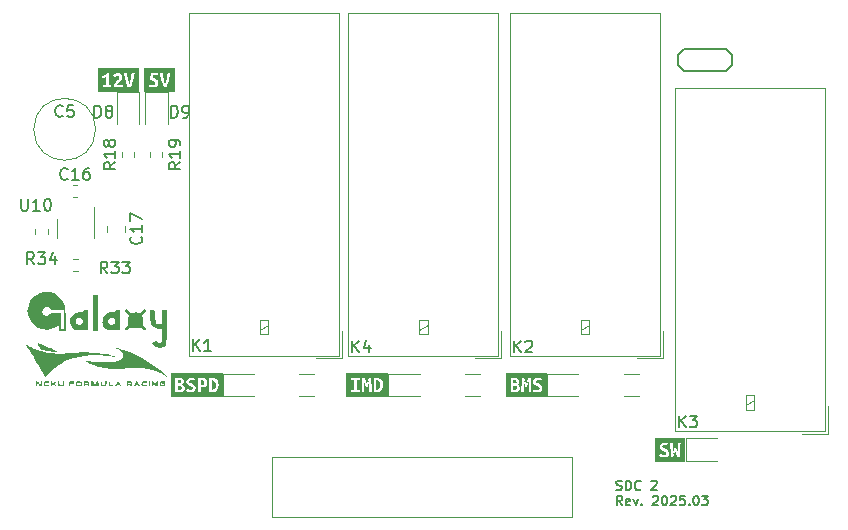
<source format=gbr>
%TF.GenerationSoftware,KiCad,Pcbnew,7.0.11-rc3*%
%TF.CreationDate,2025-03-16T23:30:22+08:00*%
%TF.ProjectId,SDC 2,53444320-322e-46b6-9963-61645f706362,rev?*%
%TF.SameCoordinates,Original*%
%TF.FileFunction,Legend,Top*%
%TF.FilePolarity,Positive*%
%FSLAX46Y46*%
G04 Gerber Fmt 4.6, Leading zero omitted, Abs format (unit mm)*
G04 Created by KiCad (PCBNEW 7.0.11-rc3) date 2025-03-16 23:30:22*
%MOMM*%
%LPD*%
G01*
G04 APERTURE LIST*
%ADD10C,0.150000*%
%ADD11C,0.120000*%
%ADD12C,0.100000*%
G04 APERTURE END LIST*
D10*
X104451064Y-89368200D02*
X104565350Y-89406295D01*
X104565350Y-89406295D02*
X104755826Y-89406295D01*
X104755826Y-89406295D02*
X104832017Y-89368200D01*
X104832017Y-89368200D02*
X104870112Y-89330104D01*
X104870112Y-89330104D02*
X104908207Y-89253914D01*
X104908207Y-89253914D02*
X104908207Y-89177723D01*
X104908207Y-89177723D02*
X104870112Y-89101533D01*
X104870112Y-89101533D02*
X104832017Y-89063438D01*
X104832017Y-89063438D02*
X104755826Y-89025342D01*
X104755826Y-89025342D02*
X104603445Y-88987247D01*
X104603445Y-88987247D02*
X104527255Y-88949152D01*
X104527255Y-88949152D02*
X104489160Y-88911057D01*
X104489160Y-88911057D02*
X104451064Y-88834866D01*
X104451064Y-88834866D02*
X104451064Y-88758676D01*
X104451064Y-88758676D02*
X104489160Y-88682485D01*
X104489160Y-88682485D02*
X104527255Y-88644390D01*
X104527255Y-88644390D02*
X104603445Y-88606295D01*
X104603445Y-88606295D02*
X104793922Y-88606295D01*
X104793922Y-88606295D02*
X104908207Y-88644390D01*
X105251065Y-89406295D02*
X105251065Y-88606295D01*
X105251065Y-88606295D02*
X105441541Y-88606295D01*
X105441541Y-88606295D02*
X105555827Y-88644390D01*
X105555827Y-88644390D02*
X105632017Y-88720580D01*
X105632017Y-88720580D02*
X105670112Y-88796771D01*
X105670112Y-88796771D02*
X105708208Y-88949152D01*
X105708208Y-88949152D02*
X105708208Y-89063438D01*
X105708208Y-89063438D02*
X105670112Y-89215819D01*
X105670112Y-89215819D02*
X105632017Y-89292009D01*
X105632017Y-89292009D02*
X105555827Y-89368200D01*
X105555827Y-89368200D02*
X105441541Y-89406295D01*
X105441541Y-89406295D02*
X105251065Y-89406295D01*
X106508208Y-89330104D02*
X106470112Y-89368200D01*
X106470112Y-89368200D02*
X106355827Y-89406295D01*
X106355827Y-89406295D02*
X106279636Y-89406295D01*
X106279636Y-89406295D02*
X106165350Y-89368200D01*
X106165350Y-89368200D02*
X106089160Y-89292009D01*
X106089160Y-89292009D02*
X106051065Y-89215819D01*
X106051065Y-89215819D02*
X106012969Y-89063438D01*
X106012969Y-89063438D02*
X106012969Y-88949152D01*
X106012969Y-88949152D02*
X106051065Y-88796771D01*
X106051065Y-88796771D02*
X106089160Y-88720580D01*
X106089160Y-88720580D02*
X106165350Y-88644390D01*
X106165350Y-88644390D02*
X106279636Y-88606295D01*
X106279636Y-88606295D02*
X106355827Y-88606295D01*
X106355827Y-88606295D02*
X106470112Y-88644390D01*
X106470112Y-88644390D02*
X106508208Y-88682485D01*
X107422493Y-88682485D02*
X107460589Y-88644390D01*
X107460589Y-88644390D02*
X107536779Y-88606295D01*
X107536779Y-88606295D02*
X107727255Y-88606295D01*
X107727255Y-88606295D02*
X107803446Y-88644390D01*
X107803446Y-88644390D02*
X107841541Y-88682485D01*
X107841541Y-88682485D02*
X107879636Y-88758676D01*
X107879636Y-88758676D02*
X107879636Y-88834866D01*
X107879636Y-88834866D02*
X107841541Y-88949152D01*
X107841541Y-88949152D02*
X107384398Y-89406295D01*
X107384398Y-89406295D02*
X107879636Y-89406295D01*
X104946303Y-90694295D02*
X104679636Y-90313342D01*
X104489160Y-90694295D02*
X104489160Y-89894295D01*
X104489160Y-89894295D02*
X104793922Y-89894295D01*
X104793922Y-89894295D02*
X104870112Y-89932390D01*
X104870112Y-89932390D02*
X104908207Y-89970485D01*
X104908207Y-89970485D02*
X104946303Y-90046676D01*
X104946303Y-90046676D02*
X104946303Y-90160961D01*
X104946303Y-90160961D02*
X104908207Y-90237152D01*
X104908207Y-90237152D02*
X104870112Y-90275247D01*
X104870112Y-90275247D02*
X104793922Y-90313342D01*
X104793922Y-90313342D02*
X104489160Y-90313342D01*
X105593922Y-90656200D02*
X105517731Y-90694295D01*
X105517731Y-90694295D02*
X105365350Y-90694295D01*
X105365350Y-90694295D02*
X105289160Y-90656200D01*
X105289160Y-90656200D02*
X105251064Y-90580009D01*
X105251064Y-90580009D02*
X105251064Y-90275247D01*
X105251064Y-90275247D02*
X105289160Y-90199057D01*
X105289160Y-90199057D02*
X105365350Y-90160961D01*
X105365350Y-90160961D02*
X105517731Y-90160961D01*
X105517731Y-90160961D02*
X105593922Y-90199057D01*
X105593922Y-90199057D02*
X105632017Y-90275247D01*
X105632017Y-90275247D02*
X105632017Y-90351438D01*
X105632017Y-90351438D02*
X105251064Y-90427628D01*
X105898683Y-90160961D02*
X106089159Y-90694295D01*
X106089159Y-90694295D02*
X106279636Y-90160961D01*
X106584398Y-90618104D02*
X106622493Y-90656200D01*
X106622493Y-90656200D02*
X106584398Y-90694295D01*
X106584398Y-90694295D02*
X106546302Y-90656200D01*
X106546302Y-90656200D02*
X106584398Y-90618104D01*
X106584398Y-90618104D02*
X106584398Y-90694295D01*
X107536778Y-89970485D02*
X107574874Y-89932390D01*
X107574874Y-89932390D02*
X107651064Y-89894295D01*
X107651064Y-89894295D02*
X107841540Y-89894295D01*
X107841540Y-89894295D02*
X107917731Y-89932390D01*
X107917731Y-89932390D02*
X107955826Y-89970485D01*
X107955826Y-89970485D02*
X107993921Y-90046676D01*
X107993921Y-90046676D02*
X107993921Y-90122866D01*
X107993921Y-90122866D02*
X107955826Y-90237152D01*
X107955826Y-90237152D02*
X107498683Y-90694295D01*
X107498683Y-90694295D02*
X107993921Y-90694295D01*
X108489160Y-89894295D02*
X108565350Y-89894295D01*
X108565350Y-89894295D02*
X108641541Y-89932390D01*
X108641541Y-89932390D02*
X108679636Y-89970485D01*
X108679636Y-89970485D02*
X108717731Y-90046676D01*
X108717731Y-90046676D02*
X108755826Y-90199057D01*
X108755826Y-90199057D02*
X108755826Y-90389533D01*
X108755826Y-90389533D02*
X108717731Y-90541914D01*
X108717731Y-90541914D02*
X108679636Y-90618104D01*
X108679636Y-90618104D02*
X108641541Y-90656200D01*
X108641541Y-90656200D02*
X108565350Y-90694295D01*
X108565350Y-90694295D02*
X108489160Y-90694295D01*
X108489160Y-90694295D02*
X108412969Y-90656200D01*
X108412969Y-90656200D02*
X108374874Y-90618104D01*
X108374874Y-90618104D02*
X108336779Y-90541914D01*
X108336779Y-90541914D02*
X108298683Y-90389533D01*
X108298683Y-90389533D02*
X108298683Y-90199057D01*
X108298683Y-90199057D02*
X108336779Y-90046676D01*
X108336779Y-90046676D02*
X108374874Y-89970485D01*
X108374874Y-89970485D02*
X108412969Y-89932390D01*
X108412969Y-89932390D02*
X108489160Y-89894295D01*
X109060588Y-89970485D02*
X109098684Y-89932390D01*
X109098684Y-89932390D02*
X109174874Y-89894295D01*
X109174874Y-89894295D02*
X109365350Y-89894295D01*
X109365350Y-89894295D02*
X109441541Y-89932390D01*
X109441541Y-89932390D02*
X109479636Y-89970485D01*
X109479636Y-89970485D02*
X109517731Y-90046676D01*
X109517731Y-90046676D02*
X109517731Y-90122866D01*
X109517731Y-90122866D02*
X109479636Y-90237152D01*
X109479636Y-90237152D02*
X109022493Y-90694295D01*
X109022493Y-90694295D02*
X109517731Y-90694295D01*
X110241541Y-89894295D02*
X109860589Y-89894295D01*
X109860589Y-89894295D02*
X109822493Y-90275247D01*
X109822493Y-90275247D02*
X109860589Y-90237152D01*
X109860589Y-90237152D02*
X109936779Y-90199057D01*
X109936779Y-90199057D02*
X110127255Y-90199057D01*
X110127255Y-90199057D02*
X110203446Y-90237152D01*
X110203446Y-90237152D02*
X110241541Y-90275247D01*
X110241541Y-90275247D02*
X110279636Y-90351438D01*
X110279636Y-90351438D02*
X110279636Y-90541914D01*
X110279636Y-90541914D02*
X110241541Y-90618104D01*
X110241541Y-90618104D02*
X110203446Y-90656200D01*
X110203446Y-90656200D02*
X110127255Y-90694295D01*
X110127255Y-90694295D02*
X109936779Y-90694295D01*
X109936779Y-90694295D02*
X109860589Y-90656200D01*
X109860589Y-90656200D02*
X109822493Y-90618104D01*
X110622494Y-90618104D02*
X110660589Y-90656200D01*
X110660589Y-90656200D02*
X110622494Y-90694295D01*
X110622494Y-90694295D02*
X110584398Y-90656200D01*
X110584398Y-90656200D02*
X110622494Y-90618104D01*
X110622494Y-90618104D02*
X110622494Y-90694295D01*
X111155827Y-89894295D02*
X111232017Y-89894295D01*
X111232017Y-89894295D02*
X111308208Y-89932390D01*
X111308208Y-89932390D02*
X111346303Y-89970485D01*
X111346303Y-89970485D02*
X111384398Y-90046676D01*
X111384398Y-90046676D02*
X111422493Y-90199057D01*
X111422493Y-90199057D02*
X111422493Y-90389533D01*
X111422493Y-90389533D02*
X111384398Y-90541914D01*
X111384398Y-90541914D02*
X111346303Y-90618104D01*
X111346303Y-90618104D02*
X111308208Y-90656200D01*
X111308208Y-90656200D02*
X111232017Y-90694295D01*
X111232017Y-90694295D02*
X111155827Y-90694295D01*
X111155827Y-90694295D02*
X111079636Y-90656200D01*
X111079636Y-90656200D02*
X111041541Y-90618104D01*
X111041541Y-90618104D02*
X111003446Y-90541914D01*
X111003446Y-90541914D02*
X110965350Y-90389533D01*
X110965350Y-90389533D02*
X110965350Y-90199057D01*
X110965350Y-90199057D02*
X111003446Y-90046676D01*
X111003446Y-90046676D02*
X111041541Y-89970485D01*
X111041541Y-89970485D02*
X111079636Y-89932390D01*
X111079636Y-89932390D02*
X111155827Y-89894295D01*
X111689160Y-89894295D02*
X112184398Y-89894295D01*
X112184398Y-89894295D02*
X111917732Y-90199057D01*
X111917732Y-90199057D02*
X112032017Y-90199057D01*
X112032017Y-90199057D02*
X112108208Y-90237152D01*
X112108208Y-90237152D02*
X112146303Y-90275247D01*
X112146303Y-90275247D02*
X112184398Y-90351438D01*
X112184398Y-90351438D02*
X112184398Y-90541914D01*
X112184398Y-90541914D02*
X112146303Y-90618104D01*
X112146303Y-90618104D02*
X112108208Y-90656200D01*
X112108208Y-90656200D02*
X112032017Y-90694295D01*
X112032017Y-90694295D02*
X111803446Y-90694295D01*
X111803446Y-90694295D02*
X111727255Y-90656200D01*
X111727255Y-90656200D02*
X111689160Y-90618104D01*
X54061905Y-64754819D02*
X54061905Y-65564342D01*
X54061905Y-65564342D02*
X54109524Y-65659580D01*
X54109524Y-65659580D02*
X54157143Y-65707200D01*
X54157143Y-65707200D02*
X54252381Y-65754819D01*
X54252381Y-65754819D02*
X54442857Y-65754819D01*
X54442857Y-65754819D02*
X54538095Y-65707200D01*
X54538095Y-65707200D02*
X54585714Y-65659580D01*
X54585714Y-65659580D02*
X54633333Y-65564342D01*
X54633333Y-65564342D02*
X54633333Y-64754819D01*
X55633333Y-65754819D02*
X55061905Y-65754819D01*
X55347619Y-65754819D02*
X55347619Y-64754819D01*
X55347619Y-64754819D02*
X55252381Y-64897676D01*
X55252381Y-64897676D02*
X55157143Y-64992914D01*
X55157143Y-64992914D02*
X55061905Y-65040533D01*
X56252381Y-64754819D02*
X56347619Y-64754819D01*
X56347619Y-64754819D02*
X56442857Y-64802438D01*
X56442857Y-64802438D02*
X56490476Y-64850057D01*
X56490476Y-64850057D02*
X56538095Y-64945295D01*
X56538095Y-64945295D02*
X56585714Y-65135771D01*
X56585714Y-65135771D02*
X56585714Y-65373866D01*
X56585714Y-65373866D02*
X56538095Y-65564342D01*
X56538095Y-65564342D02*
X56490476Y-65659580D01*
X56490476Y-65659580D02*
X56442857Y-65707200D01*
X56442857Y-65707200D02*
X56347619Y-65754819D01*
X56347619Y-65754819D02*
X56252381Y-65754819D01*
X56252381Y-65754819D02*
X56157143Y-65707200D01*
X56157143Y-65707200D02*
X56109524Y-65659580D01*
X56109524Y-65659580D02*
X56061905Y-65564342D01*
X56061905Y-65564342D02*
X56014286Y-65373866D01*
X56014286Y-65373866D02*
X56014286Y-65135771D01*
X56014286Y-65135771D02*
X56061905Y-64945295D01*
X56061905Y-64945295D02*
X56109524Y-64850057D01*
X56109524Y-64850057D02*
X56157143Y-64802438D01*
X56157143Y-64802438D02*
X56252381Y-64754819D01*
X57994642Y-63042080D02*
X57947023Y-63089700D01*
X57947023Y-63089700D02*
X57804166Y-63137319D01*
X57804166Y-63137319D02*
X57708928Y-63137319D01*
X57708928Y-63137319D02*
X57566071Y-63089700D01*
X57566071Y-63089700D02*
X57470833Y-62994461D01*
X57470833Y-62994461D02*
X57423214Y-62899223D01*
X57423214Y-62899223D02*
X57375595Y-62708747D01*
X57375595Y-62708747D02*
X57375595Y-62565890D01*
X57375595Y-62565890D02*
X57423214Y-62375414D01*
X57423214Y-62375414D02*
X57470833Y-62280176D01*
X57470833Y-62280176D02*
X57566071Y-62184938D01*
X57566071Y-62184938D02*
X57708928Y-62137319D01*
X57708928Y-62137319D02*
X57804166Y-62137319D01*
X57804166Y-62137319D02*
X57947023Y-62184938D01*
X57947023Y-62184938D02*
X57994642Y-62232557D01*
X58947023Y-63137319D02*
X58375595Y-63137319D01*
X58661309Y-63137319D02*
X58661309Y-62137319D01*
X58661309Y-62137319D02*
X58566071Y-62280176D01*
X58566071Y-62280176D02*
X58470833Y-62375414D01*
X58470833Y-62375414D02*
X58375595Y-62423033D01*
X59804166Y-62137319D02*
X59613690Y-62137319D01*
X59613690Y-62137319D02*
X59518452Y-62184938D01*
X59518452Y-62184938D02*
X59470833Y-62232557D01*
X59470833Y-62232557D02*
X59375595Y-62375414D01*
X59375595Y-62375414D02*
X59327976Y-62565890D01*
X59327976Y-62565890D02*
X59327976Y-62946842D01*
X59327976Y-62946842D02*
X59375595Y-63042080D01*
X59375595Y-63042080D02*
X59423214Y-63089700D01*
X59423214Y-63089700D02*
X59518452Y-63137319D01*
X59518452Y-63137319D02*
X59708928Y-63137319D01*
X59708928Y-63137319D02*
X59804166Y-63089700D01*
X59804166Y-63089700D02*
X59851785Y-63042080D01*
X59851785Y-63042080D02*
X59899404Y-62946842D01*
X59899404Y-62946842D02*
X59899404Y-62708747D01*
X59899404Y-62708747D02*
X59851785Y-62613509D01*
X59851785Y-62613509D02*
X59804166Y-62565890D01*
X59804166Y-62565890D02*
X59708928Y-62518271D01*
X59708928Y-62518271D02*
X59518452Y-62518271D01*
X59518452Y-62518271D02*
X59423214Y-62565890D01*
X59423214Y-62565890D02*
X59375595Y-62613509D01*
X59375595Y-62613509D02*
X59327976Y-62708747D01*
X82111905Y-77754819D02*
X82111905Y-76754819D01*
X82683333Y-77754819D02*
X82254762Y-77183390D01*
X82683333Y-76754819D02*
X82111905Y-77326247D01*
X83540476Y-77088152D02*
X83540476Y-77754819D01*
X83302381Y-76707200D02*
X83064286Y-77421485D01*
X83064286Y-77421485D02*
X83683333Y-77421485D01*
X62054819Y-61655357D02*
X61578628Y-61988690D01*
X62054819Y-62226785D02*
X61054819Y-62226785D01*
X61054819Y-62226785D02*
X61054819Y-61845833D01*
X61054819Y-61845833D02*
X61102438Y-61750595D01*
X61102438Y-61750595D02*
X61150057Y-61702976D01*
X61150057Y-61702976D02*
X61245295Y-61655357D01*
X61245295Y-61655357D02*
X61388152Y-61655357D01*
X61388152Y-61655357D02*
X61483390Y-61702976D01*
X61483390Y-61702976D02*
X61531009Y-61750595D01*
X61531009Y-61750595D02*
X61578628Y-61845833D01*
X61578628Y-61845833D02*
X61578628Y-62226785D01*
X62054819Y-60702976D02*
X62054819Y-61274404D01*
X62054819Y-60988690D02*
X61054819Y-60988690D01*
X61054819Y-60988690D02*
X61197676Y-61083928D01*
X61197676Y-61083928D02*
X61292914Y-61179166D01*
X61292914Y-61179166D02*
X61340533Y-61274404D01*
X61483390Y-60131547D02*
X61435771Y-60226785D01*
X61435771Y-60226785D02*
X61388152Y-60274404D01*
X61388152Y-60274404D02*
X61292914Y-60322023D01*
X61292914Y-60322023D02*
X61245295Y-60322023D01*
X61245295Y-60322023D02*
X61150057Y-60274404D01*
X61150057Y-60274404D02*
X61102438Y-60226785D01*
X61102438Y-60226785D02*
X61054819Y-60131547D01*
X61054819Y-60131547D02*
X61054819Y-59941071D01*
X61054819Y-59941071D02*
X61102438Y-59845833D01*
X61102438Y-59845833D02*
X61150057Y-59798214D01*
X61150057Y-59798214D02*
X61245295Y-59750595D01*
X61245295Y-59750595D02*
X61292914Y-59750595D01*
X61292914Y-59750595D02*
X61388152Y-59798214D01*
X61388152Y-59798214D02*
X61435771Y-59845833D01*
X61435771Y-59845833D02*
X61483390Y-59941071D01*
X61483390Y-59941071D02*
X61483390Y-60131547D01*
X61483390Y-60131547D02*
X61531009Y-60226785D01*
X61531009Y-60226785D02*
X61578628Y-60274404D01*
X61578628Y-60274404D02*
X61673866Y-60322023D01*
X61673866Y-60322023D02*
X61864342Y-60322023D01*
X61864342Y-60322023D02*
X61959580Y-60274404D01*
X61959580Y-60274404D02*
X62007200Y-60226785D01*
X62007200Y-60226785D02*
X62054819Y-60131547D01*
X62054819Y-60131547D02*
X62054819Y-59941071D01*
X62054819Y-59941071D02*
X62007200Y-59845833D01*
X62007200Y-59845833D02*
X61959580Y-59798214D01*
X61959580Y-59798214D02*
X61864342Y-59750595D01*
X61864342Y-59750595D02*
X61673866Y-59750595D01*
X61673866Y-59750595D02*
X61578628Y-59798214D01*
X61578628Y-59798214D02*
X61531009Y-59845833D01*
X61531009Y-59845833D02*
X61483390Y-59941071D01*
X61357142Y-71067319D02*
X61023809Y-70591128D01*
X60785714Y-71067319D02*
X60785714Y-70067319D01*
X60785714Y-70067319D02*
X61166666Y-70067319D01*
X61166666Y-70067319D02*
X61261904Y-70114938D01*
X61261904Y-70114938D02*
X61309523Y-70162557D01*
X61309523Y-70162557D02*
X61357142Y-70257795D01*
X61357142Y-70257795D02*
X61357142Y-70400652D01*
X61357142Y-70400652D02*
X61309523Y-70495890D01*
X61309523Y-70495890D02*
X61261904Y-70543509D01*
X61261904Y-70543509D02*
X61166666Y-70591128D01*
X61166666Y-70591128D02*
X60785714Y-70591128D01*
X61690476Y-70067319D02*
X62309523Y-70067319D01*
X62309523Y-70067319D02*
X61976190Y-70448271D01*
X61976190Y-70448271D02*
X62119047Y-70448271D01*
X62119047Y-70448271D02*
X62214285Y-70495890D01*
X62214285Y-70495890D02*
X62261904Y-70543509D01*
X62261904Y-70543509D02*
X62309523Y-70638747D01*
X62309523Y-70638747D02*
X62309523Y-70876842D01*
X62309523Y-70876842D02*
X62261904Y-70972080D01*
X62261904Y-70972080D02*
X62214285Y-71019700D01*
X62214285Y-71019700D02*
X62119047Y-71067319D01*
X62119047Y-71067319D02*
X61833333Y-71067319D01*
X61833333Y-71067319D02*
X61738095Y-71019700D01*
X61738095Y-71019700D02*
X61690476Y-70972080D01*
X62642857Y-70067319D02*
X63261904Y-70067319D01*
X63261904Y-70067319D02*
X62928571Y-70448271D01*
X62928571Y-70448271D02*
X63071428Y-70448271D01*
X63071428Y-70448271D02*
X63166666Y-70495890D01*
X63166666Y-70495890D02*
X63214285Y-70543509D01*
X63214285Y-70543509D02*
X63261904Y-70638747D01*
X63261904Y-70638747D02*
X63261904Y-70876842D01*
X63261904Y-70876842D02*
X63214285Y-70972080D01*
X63214285Y-70972080D02*
X63166666Y-71019700D01*
X63166666Y-71019700D02*
X63071428Y-71067319D01*
X63071428Y-71067319D02*
X62785714Y-71067319D01*
X62785714Y-71067319D02*
X62690476Y-71019700D01*
X62690476Y-71019700D02*
X62642857Y-70972080D01*
X95811905Y-77754819D02*
X95811905Y-76754819D01*
X96383333Y-77754819D02*
X95954762Y-77183390D01*
X96383333Y-76754819D02*
X95811905Y-77326247D01*
X96764286Y-76850057D02*
X96811905Y-76802438D01*
X96811905Y-76802438D02*
X96907143Y-76754819D01*
X96907143Y-76754819D02*
X97145238Y-76754819D01*
X97145238Y-76754819D02*
X97240476Y-76802438D01*
X97240476Y-76802438D02*
X97288095Y-76850057D01*
X97288095Y-76850057D02*
X97335714Y-76945295D01*
X97335714Y-76945295D02*
X97335714Y-77040533D01*
X97335714Y-77040533D02*
X97288095Y-77183390D01*
X97288095Y-77183390D02*
X96716667Y-77754819D01*
X96716667Y-77754819D02*
X97335714Y-77754819D01*
X67554819Y-61655357D02*
X67078628Y-61988690D01*
X67554819Y-62226785D02*
X66554819Y-62226785D01*
X66554819Y-62226785D02*
X66554819Y-61845833D01*
X66554819Y-61845833D02*
X66602438Y-61750595D01*
X66602438Y-61750595D02*
X66650057Y-61702976D01*
X66650057Y-61702976D02*
X66745295Y-61655357D01*
X66745295Y-61655357D02*
X66888152Y-61655357D01*
X66888152Y-61655357D02*
X66983390Y-61702976D01*
X66983390Y-61702976D02*
X67031009Y-61750595D01*
X67031009Y-61750595D02*
X67078628Y-61845833D01*
X67078628Y-61845833D02*
X67078628Y-62226785D01*
X67554819Y-60702976D02*
X67554819Y-61274404D01*
X67554819Y-60988690D02*
X66554819Y-60988690D01*
X66554819Y-60988690D02*
X66697676Y-61083928D01*
X66697676Y-61083928D02*
X66792914Y-61179166D01*
X66792914Y-61179166D02*
X66840533Y-61274404D01*
X67554819Y-60226785D02*
X67554819Y-60036309D01*
X67554819Y-60036309D02*
X67507200Y-59941071D01*
X67507200Y-59941071D02*
X67459580Y-59893452D01*
X67459580Y-59893452D02*
X67316723Y-59798214D01*
X67316723Y-59798214D02*
X67126247Y-59750595D01*
X67126247Y-59750595D02*
X66745295Y-59750595D01*
X66745295Y-59750595D02*
X66650057Y-59798214D01*
X66650057Y-59798214D02*
X66602438Y-59845833D01*
X66602438Y-59845833D02*
X66554819Y-59941071D01*
X66554819Y-59941071D02*
X66554819Y-60131547D01*
X66554819Y-60131547D02*
X66602438Y-60226785D01*
X66602438Y-60226785D02*
X66650057Y-60274404D01*
X66650057Y-60274404D02*
X66745295Y-60322023D01*
X66745295Y-60322023D02*
X66983390Y-60322023D01*
X66983390Y-60322023D02*
X67078628Y-60274404D01*
X67078628Y-60274404D02*
X67126247Y-60226785D01*
X67126247Y-60226785D02*
X67173866Y-60131547D01*
X67173866Y-60131547D02*
X67173866Y-59941071D01*
X67173866Y-59941071D02*
X67126247Y-59845833D01*
X67126247Y-59845833D02*
X67078628Y-59798214D01*
X67078628Y-59798214D02*
X66983390Y-59750595D01*
X64209580Y-67942857D02*
X64257200Y-67990476D01*
X64257200Y-67990476D02*
X64304819Y-68133333D01*
X64304819Y-68133333D02*
X64304819Y-68228571D01*
X64304819Y-68228571D02*
X64257200Y-68371428D01*
X64257200Y-68371428D02*
X64161961Y-68466666D01*
X64161961Y-68466666D02*
X64066723Y-68514285D01*
X64066723Y-68514285D02*
X63876247Y-68561904D01*
X63876247Y-68561904D02*
X63733390Y-68561904D01*
X63733390Y-68561904D02*
X63542914Y-68514285D01*
X63542914Y-68514285D02*
X63447676Y-68466666D01*
X63447676Y-68466666D02*
X63352438Y-68371428D01*
X63352438Y-68371428D02*
X63304819Y-68228571D01*
X63304819Y-68228571D02*
X63304819Y-68133333D01*
X63304819Y-68133333D02*
X63352438Y-67990476D01*
X63352438Y-67990476D02*
X63400057Y-67942857D01*
X64304819Y-66990476D02*
X64304819Y-67561904D01*
X64304819Y-67276190D02*
X63304819Y-67276190D01*
X63304819Y-67276190D02*
X63447676Y-67371428D01*
X63447676Y-67371428D02*
X63542914Y-67466666D01*
X63542914Y-67466666D02*
X63590533Y-67561904D01*
X63304819Y-66657142D02*
X63304819Y-65990476D01*
X63304819Y-65990476D02*
X64304819Y-66419047D01*
X109753085Y-84095999D02*
X109753085Y-83095999D01*
X110324513Y-84095999D02*
X109895942Y-83524570D01*
X110324513Y-83095999D02*
X109753085Y-83667427D01*
X110657847Y-83095999D02*
X111276894Y-83095999D01*
X111276894Y-83095999D02*
X110943561Y-83476951D01*
X110943561Y-83476951D02*
X111086418Y-83476951D01*
X111086418Y-83476951D02*
X111181656Y-83524570D01*
X111181656Y-83524570D02*
X111229275Y-83572189D01*
X111229275Y-83572189D02*
X111276894Y-83667427D01*
X111276894Y-83667427D02*
X111276894Y-83905522D01*
X111276894Y-83905522D02*
X111229275Y-84000760D01*
X111229275Y-84000760D02*
X111181656Y-84048380D01*
X111181656Y-84048380D02*
X111086418Y-84095999D01*
X111086418Y-84095999D02*
X110800704Y-84095999D01*
X110800704Y-84095999D02*
X110705466Y-84048380D01*
X110705466Y-84048380D02*
X110657847Y-84000760D01*
X57583333Y-57722080D02*
X57535714Y-57769700D01*
X57535714Y-57769700D02*
X57392857Y-57817319D01*
X57392857Y-57817319D02*
X57297619Y-57817319D01*
X57297619Y-57817319D02*
X57154762Y-57769700D01*
X57154762Y-57769700D02*
X57059524Y-57674461D01*
X57059524Y-57674461D02*
X57011905Y-57579223D01*
X57011905Y-57579223D02*
X56964286Y-57388747D01*
X56964286Y-57388747D02*
X56964286Y-57245890D01*
X56964286Y-57245890D02*
X57011905Y-57055414D01*
X57011905Y-57055414D02*
X57059524Y-56960176D01*
X57059524Y-56960176D02*
X57154762Y-56864938D01*
X57154762Y-56864938D02*
X57297619Y-56817319D01*
X57297619Y-56817319D02*
X57392857Y-56817319D01*
X57392857Y-56817319D02*
X57535714Y-56864938D01*
X57535714Y-56864938D02*
X57583333Y-56912557D01*
X58488095Y-56817319D02*
X58011905Y-56817319D01*
X58011905Y-56817319D02*
X57964286Y-57293509D01*
X57964286Y-57293509D02*
X58011905Y-57245890D01*
X58011905Y-57245890D02*
X58107143Y-57198271D01*
X58107143Y-57198271D02*
X58345238Y-57198271D01*
X58345238Y-57198271D02*
X58440476Y-57245890D01*
X58440476Y-57245890D02*
X58488095Y-57293509D01*
X58488095Y-57293509D02*
X58535714Y-57388747D01*
X58535714Y-57388747D02*
X58535714Y-57626842D01*
X58535714Y-57626842D02*
X58488095Y-57722080D01*
X58488095Y-57722080D02*
X58440476Y-57769700D01*
X58440476Y-57769700D02*
X58345238Y-57817319D01*
X58345238Y-57817319D02*
X58107143Y-57817319D01*
X58107143Y-57817319D02*
X58011905Y-57769700D01*
X58011905Y-57769700D02*
X57964286Y-57722080D01*
X66761905Y-57867319D02*
X66761905Y-56867319D01*
X66761905Y-56867319D02*
X67000000Y-56867319D01*
X67000000Y-56867319D02*
X67142857Y-56914938D01*
X67142857Y-56914938D02*
X67238095Y-57010176D01*
X67238095Y-57010176D02*
X67285714Y-57105414D01*
X67285714Y-57105414D02*
X67333333Y-57295890D01*
X67333333Y-57295890D02*
X67333333Y-57438747D01*
X67333333Y-57438747D02*
X67285714Y-57629223D01*
X67285714Y-57629223D02*
X67238095Y-57724461D01*
X67238095Y-57724461D02*
X67142857Y-57819700D01*
X67142857Y-57819700D02*
X67000000Y-57867319D01*
X67000000Y-57867319D02*
X66761905Y-57867319D01*
X67809524Y-57867319D02*
X68000000Y-57867319D01*
X68000000Y-57867319D02*
X68095238Y-57819700D01*
X68095238Y-57819700D02*
X68142857Y-57772080D01*
X68142857Y-57772080D02*
X68238095Y-57629223D01*
X68238095Y-57629223D02*
X68285714Y-57438747D01*
X68285714Y-57438747D02*
X68285714Y-57057795D01*
X68285714Y-57057795D02*
X68238095Y-56962557D01*
X68238095Y-56962557D02*
X68190476Y-56914938D01*
X68190476Y-56914938D02*
X68095238Y-56867319D01*
X68095238Y-56867319D02*
X67904762Y-56867319D01*
X67904762Y-56867319D02*
X67809524Y-56914938D01*
X67809524Y-56914938D02*
X67761905Y-56962557D01*
X67761905Y-56962557D02*
X67714286Y-57057795D01*
X67714286Y-57057795D02*
X67714286Y-57295890D01*
X67714286Y-57295890D02*
X67761905Y-57391128D01*
X67761905Y-57391128D02*
X67809524Y-57438747D01*
X67809524Y-57438747D02*
X67904762Y-57486366D01*
X67904762Y-57486366D02*
X68095238Y-57486366D01*
X68095238Y-57486366D02*
X68190476Y-57438747D01*
X68190476Y-57438747D02*
X68238095Y-57391128D01*
X68238095Y-57391128D02*
X68285714Y-57295890D01*
X60261905Y-57867319D02*
X60261905Y-56867319D01*
X60261905Y-56867319D02*
X60500000Y-56867319D01*
X60500000Y-56867319D02*
X60642857Y-56914938D01*
X60642857Y-56914938D02*
X60738095Y-57010176D01*
X60738095Y-57010176D02*
X60785714Y-57105414D01*
X60785714Y-57105414D02*
X60833333Y-57295890D01*
X60833333Y-57295890D02*
X60833333Y-57438747D01*
X60833333Y-57438747D02*
X60785714Y-57629223D01*
X60785714Y-57629223D02*
X60738095Y-57724461D01*
X60738095Y-57724461D02*
X60642857Y-57819700D01*
X60642857Y-57819700D02*
X60500000Y-57867319D01*
X60500000Y-57867319D02*
X60261905Y-57867319D01*
X61404762Y-57295890D02*
X61309524Y-57248271D01*
X61309524Y-57248271D02*
X61261905Y-57200652D01*
X61261905Y-57200652D02*
X61214286Y-57105414D01*
X61214286Y-57105414D02*
X61214286Y-57057795D01*
X61214286Y-57057795D02*
X61261905Y-56962557D01*
X61261905Y-56962557D02*
X61309524Y-56914938D01*
X61309524Y-56914938D02*
X61404762Y-56867319D01*
X61404762Y-56867319D02*
X61595238Y-56867319D01*
X61595238Y-56867319D02*
X61690476Y-56914938D01*
X61690476Y-56914938D02*
X61738095Y-56962557D01*
X61738095Y-56962557D02*
X61785714Y-57057795D01*
X61785714Y-57057795D02*
X61785714Y-57105414D01*
X61785714Y-57105414D02*
X61738095Y-57200652D01*
X61738095Y-57200652D02*
X61690476Y-57248271D01*
X61690476Y-57248271D02*
X61595238Y-57295890D01*
X61595238Y-57295890D02*
X61404762Y-57295890D01*
X61404762Y-57295890D02*
X61309524Y-57343509D01*
X61309524Y-57343509D02*
X61261905Y-57391128D01*
X61261905Y-57391128D02*
X61214286Y-57486366D01*
X61214286Y-57486366D02*
X61214286Y-57676842D01*
X61214286Y-57676842D02*
X61261905Y-57772080D01*
X61261905Y-57772080D02*
X61309524Y-57819700D01*
X61309524Y-57819700D02*
X61404762Y-57867319D01*
X61404762Y-57867319D02*
X61595238Y-57867319D01*
X61595238Y-57867319D02*
X61690476Y-57819700D01*
X61690476Y-57819700D02*
X61738095Y-57772080D01*
X61738095Y-57772080D02*
X61785714Y-57676842D01*
X61785714Y-57676842D02*
X61785714Y-57486366D01*
X61785714Y-57486366D02*
X61738095Y-57391128D01*
X61738095Y-57391128D02*
X61690476Y-57343509D01*
X61690476Y-57343509D02*
X61595238Y-57295890D01*
X55157142Y-70279819D02*
X54823809Y-69803628D01*
X54585714Y-70279819D02*
X54585714Y-69279819D01*
X54585714Y-69279819D02*
X54966666Y-69279819D01*
X54966666Y-69279819D02*
X55061904Y-69327438D01*
X55061904Y-69327438D02*
X55109523Y-69375057D01*
X55109523Y-69375057D02*
X55157142Y-69470295D01*
X55157142Y-69470295D02*
X55157142Y-69613152D01*
X55157142Y-69613152D02*
X55109523Y-69708390D01*
X55109523Y-69708390D02*
X55061904Y-69756009D01*
X55061904Y-69756009D02*
X54966666Y-69803628D01*
X54966666Y-69803628D02*
X54585714Y-69803628D01*
X55490476Y-69279819D02*
X56109523Y-69279819D01*
X56109523Y-69279819D02*
X55776190Y-69660771D01*
X55776190Y-69660771D02*
X55919047Y-69660771D01*
X55919047Y-69660771D02*
X56014285Y-69708390D01*
X56014285Y-69708390D02*
X56061904Y-69756009D01*
X56061904Y-69756009D02*
X56109523Y-69851247D01*
X56109523Y-69851247D02*
X56109523Y-70089342D01*
X56109523Y-70089342D02*
X56061904Y-70184580D01*
X56061904Y-70184580D02*
X56014285Y-70232200D01*
X56014285Y-70232200D02*
X55919047Y-70279819D01*
X55919047Y-70279819D02*
X55633333Y-70279819D01*
X55633333Y-70279819D02*
X55538095Y-70232200D01*
X55538095Y-70232200D02*
X55490476Y-70184580D01*
X56966666Y-69613152D02*
X56966666Y-70279819D01*
X56728571Y-69232200D02*
X56490476Y-69946485D01*
X56490476Y-69946485D02*
X57109523Y-69946485D01*
X68611905Y-77654819D02*
X68611905Y-76654819D01*
X69183333Y-77654819D02*
X68754762Y-77083390D01*
X69183333Y-76654819D02*
X68611905Y-77226247D01*
X70135714Y-77654819D02*
X69564286Y-77654819D01*
X69850000Y-77654819D02*
X69850000Y-76654819D01*
X69850000Y-76654819D02*
X69754762Y-76797676D01*
X69754762Y-76797676D02*
X69659524Y-76892914D01*
X69659524Y-76892914D02*
X69564286Y-76940533D01*
D11*
%TO.C,D5*%
X110315000Y-85040000D02*
X110315000Y-86960000D01*
X110315000Y-86960000D02*
X113000000Y-86960000D01*
X113000000Y-85040000D02*
X110315000Y-85040000D01*
%TO.C,kibuzzard-67515DF6*%
G36*
X64068475Y-55712308D02*
G01*
X63671600Y-55712308D01*
X63096290Y-55712308D01*
X62669570Y-55712308D01*
X61711355Y-55712308D01*
X60928400Y-55712308D01*
X60531525Y-55712308D01*
X60531525Y-54381983D01*
X60928400Y-54381983D01*
X61004600Y-54576293D01*
X61120805Y-54529620D01*
X61242725Y-54461992D01*
X61242725Y-55121123D01*
X60995075Y-55121123D01*
X60995075Y-55315433D01*
X61711355Y-55315433D01*
X61711355Y-55121123D01*
X61477040Y-55121123D01*
X61477040Y-54265777D01*
X61871375Y-54265777D01*
X61987580Y-54429607D01*
X62107595Y-54340072D01*
X62223800Y-54313402D01*
X62334290Y-54352455D01*
X62378105Y-54463898D01*
X62342862Y-54564863D01*
X62253327Y-54667732D01*
X62197130Y-54722263D01*
X62137122Y-54779175D01*
X62077115Y-54839659D01*
X62020917Y-54904905D01*
X61971387Y-54975628D01*
X61931382Y-55052542D01*
X61904951Y-55136363D01*
X61896140Y-55227803D01*
X61895187Y-55267808D01*
X61899950Y-55315433D01*
X62669570Y-55315433D01*
X62669570Y-55121123D01*
X62162840Y-55121123D01*
X62182842Y-55058257D01*
X62231420Y-54990630D01*
X62292380Y-54925860D01*
X62349530Y-54871568D01*
X62446685Y-54776317D01*
X62532410Y-54673447D01*
X62593370Y-54563910D01*
X62616230Y-54446752D01*
X62585750Y-54299115D01*
X62503835Y-54193387D01*
X62396462Y-54136237D01*
X62766725Y-54136237D01*
X62788632Y-54242917D01*
X62820065Y-54376267D01*
X62845253Y-54476068D01*
X62872558Y-54579891D01*
X62901980Y-54687735D01*
X62933095Y-54797696D01*
X62965480Y-54907868D01*
X62999135Y-55018253D01*
X63049141Y-55175415D01*
X63096290Y-55315433D01*
X63338225Y-55315433D01*
X63374632Y-55213938D01*
X63410192Y-55110116D01*
X63444905Y-55003965D01*
X63478243Y-54897285D01*
X63509675Y-54791875D01*
X63539202Y-54687735D01*
X63579684Y-54536049D01*
X63615402Y-54391507D01*
X63646121Y-54257205D01*
X63671600Y-54136237D01*
X63425855Y-54136237D01*
X63408710Y-54235297D01*
X63387755Y-54349597D01*
X63363942Y-54473184D01*
X63338225Y-54600105D01*
X63310603Y-54727740D01*
X63281075Y-54853470D01*
X63250595Y-54971342D01*
X63220115Y-55075402D01*
X63189397Y-54969913D01*
X63158202Y-54851565D01*
X63127722Y-54725835D01*
X63099147Y-54598200D01*
X63072716Y-54471518D01*
X63048665Y-54348645D01*
X63028662Y-54235059D01*
X63014375Y-54136237D01*
X62766725Y-54136237D01*
X62396462Y-54136237D01*
X62385725Y-54130522D01*
X62246660Y-54109567D01*
X62147362Y-54119092D01*
X62047587Y-54147667D01*
X61953528Y-54196245D01*
X61871375Y-54265777D01*
X61477040Y-54265777D01*
X61477040Y-54136237D01*
X61317020Y-54136237D01*
X61235105Y-54210532D01*
X61134140Y-54279112D01*
X61027460Y-54338168D01*
X60928400Y-54381983D01*
X60531525Y-54381983D01*
X60531525Y-53712692D01*
X60928400Y-53712692D01*
X63671600Y-53712692D01*
X64068475Y-53712692D01*
X64068475Y-55712308D01*
G37*
%TO.C,U10*%
X60260000Y-67225000D02*
X60260000Y-65425000D01*
X60260000Y-67225000D02*
X60260000Y-68025000D01*
X57140000Y-67225000D02*
X57140000Y-66425000D01*
X57140000Y-67225000D02*
X57140000Y-68025000D01*
%TO.C,C16*%
X58491233Y-63602500D02*
X58783767Y-63602500D01*
X58491233Y-64622500D02*
X58783767Y-64622500D01*
D10*
%TO.C,JP1*%
X109680000Y-52600000D02*
X110180000Y-52100000D01*
X109680000Y-53400000D02*
X109680000Y-52600000D01*
X110180000Y-52100000D02*
X113780000Y-52100000D01*
X110180000Y-53900000D02*
X109680000Y-53400000D01*
X113780000Y-52100000D02*
X114280000Y-52600000D01*
X113780000Y-53900000D02*
X110180000Y-53900000D01*
X114280000Y-52600000D02*
X114280000Y-53400000D01*
X114280000Y-53400000D02*
X113780000Y-53900000D01*
D11*
%TO.C,K4*%
X94711320Y-78261320D02*
X92521320Y-78261320D01*
X94711320Y-75921320D02*
X94711320Y-78261320D01*
X94471320Y-78021320D02*
X94471320Y-49021320D01*
X94471320Y-49021320D02*
X81771320Y-49021320D01*
X88471320Y-76221320D02*
X88471320Y-75021320D01*
X88471320Y-75421320D02*
X87771320Y-75821320D01*
X88471320Y-75021320D02*
X87771320Y-75021320D01*
X87771320Y-76221320D02*
X88471320Y-76221320D01*
X87771320Y-75021320D02*
X87771320Y-76221320D01*
X81771320Y-78021320D02*
X94471320Y-78021320D01*
X81771320Y-49021320D02*
X81771320Y-78021320D01*
%TO.C,kibuzzard-67515B78*%
G36*
X67627930Y-80611442D02*
G01*
X67682222Y-80734315D01*
X67663172Y-80819087D01*
X67614595Y-80870522D01*
X67546967Y-80895287D01*
X67468862Y-80901955D01*
X67410760Y-80900050D01*
X67356467Y-80894335D01*
X67356467Y-80574295D01*
X67482197Y-80574295D01*
X67627930Y-80611442D01*
G37*
G36*
X67526012Y-80106617D02*
G01*
X67579352Y-80125667D01*
X67615547Y-80165672D01*
X67628882Y-80233300D01*
X67583162Y-80340932D01*
X67447907Y-80379985D01*
X67356467Y-80379985D01*
X67356467Y-80109475D01*
X67407902Y-80103760D01*
X67463147Y-80101855D01*
X67526012Y-80106617D01*
G37*
G36*
X69461731Y-80112571D02*
G01*
X69527215Y-80144717D01*
X69569363Y-80202582D01*
X69583413Y-80290450D01*
X69569125Y-80383081D01*
X69526262Y-80443802D01*
X69455301Y-80477378D01*
X69356717Y-80488570D01*
X69261467Y-80488570D01*
X69261467Y-80107570D01*
X69319570Y-80102807D01*
X69377672Y-80101855D01*
X69461731Y-80112571D01*
G37*
G36*
X70410182Y-80135192D02*
G01*
X70488288Y-80223775D01*
X70528292Y-80351410D01*
X70539723Y-80500000D01*
X70536151Y-80584058D01*
X70525435Y-80660972D01*
X70477810Y-80787655D01*
X70390180Y-80871475D01*
X70255877Y-80901955D01*
X70234923Y-80901955D01*
X70213967Y-80900050D01*
X70213967Y-80107570D01*
X70248257Y-80102807D01*
X70282548Y-80101855D01*
X70410182Y-80135192D01*
G37*
G36*
X71174723Y-81512190D02*
G01*
X70777848Y-81512190D01*
X70231112Y-81512190D01*
X69261467Y-81512190D01*
X68413742Y-81512190D01*
X67449812Y-81512190D01*
X67122152Y-81512190D01*
X66725277Y-81512190D01*
X66725277Y-81071500D01*
X67122152Y-81071500D01*
X67204544Y-81086502D01*
X67287887Y-81097217D01*
X67370279Y-81103647D01*
X67449812Y-81105790D01*
X67543872Y-81101266D01*
X67631740Y-81087692D01*
X67710797Y-81063404D01*
X67778425Y-81026732D01*
X67779242Y-81025780D01*
X68047982Y-81025780D01*
X68179427Y-81083882D01*
X68281821Y-81107457D01*
X68413742Y-81115315D01*
X68547410Y-81105261D01*
X68600523Y-81090550D01*
X69027152Y-81090550D01*
X69261467Y-81090550D01*
X69261467Y-81077215D01*
X69979652Y-81077215D01*
X70108240Y-81099122D01*
X70231112Y-81105790D01*
X70346127Y-81097456D01*
X70451140Y-81072452D01*
X70544247Y-81029352D01*
X70623543Y-80966725D01*
X70688074Y-80883619D01*
X70736890Y-80779082D01*
X70767608Y-80651686D01*
X70777848Y-80500000D01*
X70768561Y-80351648D01*
X70740700Y-80226632D01*
X70696171Y-80123286D01*
X70636878Y-80039942D01*
X70562821Y-79976363D01*
X70474000Y-79932310D01*
X70372797Y-79906592D01*
X70261592Y-79898020D01*
X70130148Y-79903735D01*
X69979652Y-79926595D01*
X69979652Y-81077215D01*
X69261467Y-81077215D01*
X69261467Y-80692405D01*
X69345288Y-80692405D01*
X69486152Y-80681927D01*
X69603944Y-80650495D01*
X69698665Y-80598107D01*
X69767986Y-80522225D01*
X69809578Y-80420307D01*
X69823443Y-80292355D01*
X69809684Y-80165672D01*
X69768409Y-80065025D01*
X69699617Y-79990412D01*
X69605849Y-79939083D01*
X69489644Y-79908286D01*
X69351003Y-79898020D01*
X69276708Y-79899925D01*
X69190982Y-79904687D01*
X69104305Y-79913260D01*
X69027152Y-79926595D01*
X69027152Y-81090550D01*
X68600523Y-81090550D01*
X68656312Y-81075098D01*
X68740450Y-81024827D01*
X68821174Y-80915528D01*
X68848082Y-80768605D01*
X68839986Y-80679784D01*
X68815697Y-80607632D01*
X68732830Y-80500952D01*
X68622340Y-80432372D01*
X68507087Y-80385700D01*
X68433745Y-80357125D01*
X68367070Y-80321882D01*
X68318492Y-80276162D01*
X68299442Y-80216155D01*
X68320186Y-80141013D01*
X68382416Y-80095928D01*
X68486132Y-80080900D01*
X68620435Y-80099950D01*
X68726162Y-80145670D01*
X68794743Y-79964695D01*
X68658535Y-79909450D01*
X68570667Y-79890876D01*
X68468987Y-79884685D01*
X68352253Y-79895057D01*
X68253511Y-79926172D01*
X68172760Y-79978030D01*
X68092036Y-80089472D01*
X68065127Y-80237110D01*
X68095607Y-80377127D01*
X68172760Y-80471425D01*
X68276582Y-80534290D01*
X68387072Y-80578105D01*
X68467082Y-80611442D01*
X68539472Y-80651447D01*
X68592812Y-80701930D01*
X68613767Y-80766700D01*
X68605195Y-80822897D01*
X68573762Y-80872427D01*
X68511850Y-80906717D01*
X68413742Y-80919100D01*
X68318731Y-80912432D01*
X68239435Y-80892430D01*
X68116562Y-80835280D01*
X68047982Y-81025780D01*
X67779242Y-81025780D01*
X67876532Y-80912432D01*
X67903679Y-80832184D01*
X67912727Y-80734315D01*
X67902012Y-80654305D01*
X67869865Y-80578105D01*
X67807714Y-80511430D01*
X67706987Y-80459995D01*
X67816525Y-80357125D01*
X67847243Y-80287592D01*
X67857482Y-80208535D01*
X67840337Y-80098045D01*
X67775567Y-79998032D01*
X67644122Y-79925642D01*
X67547920Y-79904926D01*
X67426952Y-79898020D01*
X67268837Y-79906592D01*
X67122152Y-79926595D01*
X67122152Y-81071500D01*
X66725277Y-81071500D01*
X66725277Y-79487810D01*
X67122152Y-79487810D01*
X70777848Y-79487810D01*
X71174723Y-79487810D01*
X71174723Y-81512190D01*
G37*
%TO.C,R18*%
X62577500Y-61249758D02*
X62577500Y-60775242D01*
X63622500Y-61249758D02*
X63622500Y-60775242D01*
%TO.C,R33*%
X58912258Y-70885000D02*
X58437742Y-70885000D01*
X58912258Y-69840000D02*
X58437742Y-69840000D01*
%TO.C,C11*%
X91621000Y-79580000D02*
X92879000Y-79580000D01*
X91621000Y-81420000D02*
X92879000Y-81420000D01*
%TO.C,K2*%
X108398820Y-78261320D02*
X106208820Y-78261320D01*
X108398820Y-75921320D02*
X108398820Y-78261320D01*
X108158820Y-78021320D02*
X108158820Y-49021320D01*
X108158820Y-49021320D02*
X95458820Y-49021320D01*
X102158820Y-76221320D02*
X102158820Y-75021320D01*
X102158820Y-75421320D02*
X101458820Y-75821320D01*
X102158820Y-75021320D02*
X101458820Y-75021320D01*
X101458820Y-76221320D02*
X102158820Y-76221320D01*
X101458820Y-75021320D02*
X101458820Y-76221320D01*
X95458820Y-78021320D02*
X108158820Y-78021320D01*
X95458820Y-49021320D02*
X95458820Y-78021320D01*
%TO.C,kibuzzard-67515B89*%
G36*
X96016562Y-80611442D02*
G01*
X96070855Y-80734315D01*
X96051805Y-80819087D01*
X96003228Y-80870522D01*
X95935600Y-80895287D01*
X95857495Y-80901955D01*
X95799392Y-80900050D01*
X95745100Y-80894335D01*
X95745100Y-80574295D01*
X95870830Y-80574295D01*
X96016562Y-80611442D01*
G37*
G36*
X95914645Y-80106617D02*
G01*
X95967985Y-80125667D01*
X96004180Y-80165672D01*
X96017515Y-80233300D01*
X95971795Y-80340932D01*
X95836540Y-80379985D01*
X95745100Y-80379985D01*
X95745100Y-80109475D01*
X95796535Y-80103760D01*
X95851780Y-80101855D01*
X95914645Y-80106617D01*
G37*
G36*
X98586090Y-81512190D02*
G01*
X98189215Y-81512190D01*
X97754875Y-81512190D01*
X97269100Y-81512190D01*
X95838445Y-81512190D01*
X95510785Y-81512190D01*
X95113910Y-81512190D01*
X95113910Y-81071500D01*
X95510785Y-81071500D01*
X95593176Y-81086502D01*
X95676520Y-81097217D01*
X95758911Y-81103647D01*
X95838445Y-81105790D01*
X95932504Y-81101266D01*
X96001872Y-81090550D01*
X96404230Y-81090550D01*
X96619495Y-81090550D01*
X96609970Y-80174245D01*
X96749035Y-80673355D01*
X96920485Y-80673355D01*
X97065265Y-80174245D01*
X97053835Y-81090550D01*
X97269100Y-81090550D01*
X97267258Y-81025780D01*
X97389115Y-81025780D01*
X97520560Y-81083882D01*
X97622954Y-81107457D01*
X97754875Y-81115315D01*
X97888543Y-81105261D01*
X97997445Y-81075098D01*
X98081582Y-81024827D01*
X98162307Y-80915528D01*
X98189215Y-80768605D01*
X98181119Y-80679784D01*
X98156830Y-80607632D01*
X98073963Y-80500952D01*
X97963472Y-80432372D01*
X97848220Y-80385700D01*
X97774878Y-80357125D01*
X97708203Y-80321882D01*
X97659625Y-80276162D01*
X97640575Y-80216155D01*
X97661318Y-80141013D01*
X97723548Y-80095928D01*
X97827265Y-80080900D01*
X97961567Y-80099950D01*
X98067295Y-80145670D01*
X98135875Y-79964695D01*
X97999668Y-79909450D01*
X97911799Y-79890876D01*
X97810120Y-79884685D01*
X97693386Y-79895057D01*
X97594643Y-79926172D01*
X97513893Y-79978030D01*
X97433168Y-80089472D01*
X97406260Y-80237110D01*
X97436740Y-80377127D01*
X97513893Y-80471425D01*
X97617715Y-80534290D01*
X97728205Y-80578105D01*
X97808215Y-80611442D01*
X97880605Y-80651447D01*
X97933945Y-80701930D01*
X97954900Y-80766700D01*
X97946328Y-80822897D01*
X97914895Y-80872427D01*
X97852983Y-80906717D01*
X97754875Y-80919100D01*
X97659863Y-80912432D01*
X97580568Y-80892430D01*
X97457695Y-80835280D01*
X97389115Y-81025780D01*
X97267258Y-81025780D01*
X97264814Y-80939817D01*
X97259575Y-80792417D01*
X97253146Y-80647161D01*
X97245288Y-80502857D01*
X97235762Y-80358316D01*
X97224333Y-80212345D01*
X97211712Y-80063755D01*
X97198615Y-79911355D01*
X97004305Y-79911355D01*
X96970015Y-80012320D01*
X96928105Y-80142812D01*
X96880480Y-80287592D01*
X96832855Y-80433325D01*
X96789040Y-80296165D01*
X96743320Y-80149480D01*
X96700457Y-80014225D01*
X96667120Y-79911355D01*
X96472810Y-79911355D01*
X96460189Y-80040419D01*
X96448997Y-80179960D01*
X96439234Y-80327121D01*
X96430900Y-80479045D01*
X96423518Y-80633826D01*
X96416613Y-80789560D01*
X96410183Y-80942912D01*
X96404230Y-81090550D01*
X96001872Y-81090550D01*
X96020373Y-81087692D01*
X96099430Y-81063404D01*
X96167058Y-81026732D01*
X96265165Y-80912432D01*
X96292311Y-80832184D01*
X96301360Y-80734315D01*
X96290644Y-80654305D01*
X96258498Y-80578105D01*
X96196347Y-80511430D01*
X96095620Y-80459995D01*
X96205158Y-80357125D01*
X96235876Y-80287592D01*
X96246115Y-80208535D01*
X96228970Y-80098045D01*
X96164200Y-79998032D01*
X96032755Y-79925642D01*
X95936552Y-79904926D01*
X95815585Y-79898020D01*
X95657470Y-79906592D01*
X95510785Y-79926595D01*
X95510785Y-81071500D01*
X95113910Y-81071500D01*
X95113910Y-79487810D01*
X95510785Y-79487810D01*
X98189215Y-79487810D01*
X98586090Y-79487810D01*
X98586090Y-81512190D01*
G37*
%TO.C,kibuzzard-67515DEB*%
G36*
X67104608Y-55711355D02*
G01*
X66707733Y-55711355D01*
X66132422Y-55711355D01*
X65210402Y-55711355D01*
X64892267Y-55711355D01*
X64495392Y-55711355D01*
X64495392Y-55253520D01*
X64892267Y-55253520D01*
X64946560Y-55274475D01*
X65025617Y-55294478D01*
X65117058Y-55308765D01*
X65210402Y-55314480D01*
X65319464Y-55307336D01*
X65414238Y-55285905D01*
X65494724Y-55251615D01*
X65560922Y-55205895D01*
X65648553Y-55084928D01*
X65677127Y-54933480D01*
X65664216Y-54822990D01*
X65625481Y-54730280D01*
X65560922Y-54655350D01*
X65470117Y-54598623D01*
X65352642Y-54560523D01*
X65208497Y-54541050D01*
X65218022Y-54432465D01*
X65227547Y-54304830D01*
X65633313Y-54304830D01*
X65633313Y-54110520D01*
X65802857Y-54110520D01*
X65824765Y-54217200D01*
X65856198Y-54350550D01*
X65881386Y-54450351D01*
X65908691Y-54554173D01*
X65938113Y-54662018D01*
X65969227Y-54771978D01*
X66001613Y-54882151D01*
X66035268Y-54992535D01*
X66085274Y-55149698D01*
X66132422Y-55289715D01*
X66374358Y-55289715D01*
X66410764Y-55188221D01*
X66446324Y-55084398D01*
X66481038Y-54978248D01*
X66514375Y-54871568D01*
X66545808Y-54766158D01*
X66575335Y-54662018D01*
X66615816Y-54510332D01*
X66651535Y-54365790D01*
X66682253Y-54231488D01*
X66707733Y-54110520D01*
X66461988Y-54110520D01*
X66444842Y-54209580D01*
X66423888Y-54323880D01*
X66400075Y-54447467D01*
X66374358Y-54574388D01*
X66346735Y-54702023D01*
X66317208Y-54827753D01*
X66286728Y-54945624D01*
X66256248Y-55049685D01*
X66225529Y-54944196D01*
X66194335Y-54825848D01*
X66163855Y-54700118D01*
X66135280Y-54572483D01*
X66108848Y-54445800D01*
X66084798Y-54322928D01*
X66064795Y-54209342D01*
X66050508Y-54110520D01*
X65802857Y-54110520D01*
X65633313Y-54110520D01*
X65031332Y-54110520D01*
X65024189Y-54256014D01*
X65014187Y-54406748D01*
X65000852Y-54561767D01*
X64983707Y-54720120D01*
X65114676Y-54724168D01*
X65218022Y-54736313D01*
X65356135Y-54782033D01*
X65420905Y-54852518D01*
X65437097Y-54943005D01*
X65427573Y-55005870D01*
X65392330Y-55060163D01*
X65321845Y-55099215D01*
X65208497Y-55114455D01*
X65119439Y-55110169D01*
X65046573Y-55097310D01*
X64939892Y-55059210D01*
X64892267Y-55253520D01*
X64495392Y-55253520D01*
X64495392Y-53713645D01*
X64892267Y-53713645D01*
X66707733Y-53713645D01*
X67104608Y-53713645D01*
X67104608Y-55711355D01*
G37*
%TO.C,D10*%
X85127500Y-79540000D02*
X85127500Y-81460000D01*
X85127500Y-81460000D02*
X87812500Y-81460000D01*
X87812500Y-79540000D02*
X85127500Y-79540000D01*
D12*
%TO.C,J1*%
X100694999Y-86590000D02*
X100694999Y-91670000D01*
X75294999Y-86590000D02*
X100694999Y-86590000D01*
X100694999Y-91670000D02*
X75294999Y-91670000D01*
X75294999Y-91670000D02*
X75294999Y-86590000D01*
D11*
%TO.C,R19*%
X64977500Y-61249758D02*
X64977500Y-60775242D01*
X66022500Y-61249758D02*
X66022500Y-60775242D01*
%TO.C,C17*%
X61365000Y-67561252D02*
X61365000Y-67038748D01*
X62835000Y-67561252D02*
X62835000Y-67038748D01*
%TO.C,K3*%
X122340000Y-84640000D02*
X120150000Y-84640000D01*
X122340000Y-82300000D02*
X122340000Y-84640000D01*
X122100000Y-84400000D02*
X122100000Y-55400000D01*
X122100000Y-55400000D02*
X109400000Y-55400000D01*
X116100000Y-82600000D02*
X116100000Y-81400000D01*
X116100000Y-81800000D02*
X115400000Y-82200000D01*
X116100000Y-81400000D02*
X115400000Y-81400000D01*
X115400000Y-82600000D02*
X116100000Y-82600000D01*
X115400000Y-81400000D02*
X115400000Y-82600000D01*
X109400000Y-84400000D02*
X122100000Y-84400000D01*
X109400000Y-55400000D02*
X109400000Y-84400000D01*
%TO.C,C12*%
X77621000Y-79580000D02*
X78879000Y-79580000D01*
X77621000Y-81420000D02*
X78879000Y-81420000D01*
%TO.C,C5*%
X60370000Y-58862500D02*
G75*
G03*
X55130000Y-58862500I-2620000J0D01*
G01*
X55130000Y-58862500D02*
G75*
G03*
X60370000Y-58862500I2620000J0D01*
G01*
%TO.C,G\u002A\u002A\u002A*%
G36*
X60545115Y-74413499D02*
G01*
X60545115Y-75902309D01*
X60342096Y-75902309D01*
X60139076Y-75902309D01*
X60139076Y-74413499D01*
X60139076Y-72924689D01*
X60342096Y-72924689D01*
X60545115Y-72924689D01*
X60545115Y-74413499D01*
G37*
G36*
X59733037Y-75041737D02*
G01*
X59733037Y-75895553D01*
X59245333Y-75896882D01*
X59010172Y-75894443D01*
X58844881Y-75883876D01*
X58729270Y-75862571D01*
X58643145Y-75827913D01*
X58623073Y-75816382D01*
X58409535Y-75641355D01*
X58270048Y-75428951D01*
X58208001Y-75193112D01*
X58212674Y-75132072D01*
X58695382Y-75132072D01*
X58736999Y-75275389D01*
X58814254Y-75357649D01*
X58957766Y-75437811D01*
X59086544Y-75432320D01*
X59216170Y-75340506D01*
X59216260Y-75340417D01*
X59308131Y-75210785D01*
X59313680Y-75082011D01*
X59233574Y-74938515D01*
X59233493Y-74938411D01*
X59112851Y-74844713D01*
X58975228Y-74823123D01*
X58844211Y-74865152D01*
X58743387Y-74962313D01*
X58696343Y-75106117D01*
X58695382Y-75132072D01*
X58212674Y-75132072D01*
X58226782Y-74947780D01*
X58329780Y-74706899D01*
X58346989Y-74680394D01*
X58510854Y-74500215D01*
X58716451Y-74391931D01*
X58975455Y-74350003D01*
X59045026Y-74349176D01*
X59200875Y-74347564D01*
X59286501Y-74334521D01*
X59321722Y-74304492D01*
X59326998Y-74270157D01*
X59343303Y-74218226D01*
X59406771Y-74193767D01*
X59530018Y-74187922D01*
X59733037Y-74187922D01*
X59733037Y-75041737D01*
G37*
G36*
X62439964Y-75042749D02*
G01*
X62439964Y-75897577D01*
X61977531Y-75896334D01*
X61769858Y-75891571D01*
X61585626Y-75879761D01*
X61450341Y-75862919D01*
X61402332Y-75850874D01*
X61228888Y-75744928D01*
X61075769Y-75584309D01*
X61014541Y-75487232D01*
X60969057Y-75335635D01*
X60953381Y-75140962D01*
X60957638Y-75081923D01*
X61415652Y-75081923D01*
X61421144Y-75210701D01*
X61512957Y-75340327D01*
X61513047Y-75340417D01*
X61642678Y-75432287D01*
X61771452Y-75437836D01*
X61914949Y-75357731D01*
X61915052Y-75357649D01*
X62008751Y-75237007D01*
X62030341Y-75099385D01*
X61988311Y-74968368D01*
X61891150Y-74867544D01*
X61747347Y-74820499D01*
X61721391Y-74819538D01*
X61578075Y-74861155D01*
X61495814Y-74938411D01*
X61415652Y-75081923D01*
X60957638Y-75081923D01*
X60967500Y-74945169D01*
X61011396Y-74790207D01*
X61014800Y-74783461D01*
X61167307Y-74578937D01*
X61371588Y-74430349D01*
X61606369Y-74348780D01*
X61850376Y-74345317D01*
X61854399Y-74345984D01*
X61969325Y-74360388D01*
X62020947Y-74345486D01*
X62033818Y-74292543D01*
X62033925Y-74282118D01*
X62046051Y-74223462D01*
X62097974Y-74195700D01*
X62213015Y-74188012D01*
X62236945Y-74187922D01*
X62439964Y-74187922D01*
X62439964Y-75042749D01*
G37*
G36*
X65203286Y-74196607D02*
G01*
X65395026Y-74210480D01*
X65417584Y-74706750D01*
X65429591Y-74912617D01*
X65444673Y-75086622D01*
X65460728Y-75208014D01*
X65473010Y-75253539D01*
X65569530Y-75333301D01*
X65709658Y-75380134D01*
X65849218Y-75381990D01*
X65893329Y-75368206D01*
X65939212Y-75344109D01*
X65970270Y-75310551D01*
X65989394Y-75251466D01*
X65999477Y-75150788D01*
X66003410Y-74992452D01*
X66004085Y-74760393D01*
X66004085Y-74752832D01*
X66004085Y-74187922D01*
X66209480Y-74187922D01*
X66414875Y-74187922D01*
X66401220Y-75597780D01*
X66396854Y-76017490D01*
X66391416Y-76356513D01*
X66382934Y-76624389D01*
X66369439Y-76830656D01*
X66348960Y-76984854D01*
X66319528Y-77096523D01*
X66279173Y-77175201D01*
X66225923Y-77230428D01*
X66157809Y-77271743D01*
X66072861Y-77308686D01*
X66045605Y-77319620D01*
X65855347Y-77378754D01*
X65697812Y-77380499D01*
X65535665Y-77324331D01*
X65511022Y-77312097D01*
X65379628Y-77223605D01*
X65270280Y-77115654D01*
X65264672Y-77108230D01*
X65173019Y-76983245D01*
X65314684Y-76841581D01*
X65456348Y-76699916D01*
X65576323Y-76842498D01*
X65699742Y-76954092D01*
X65811602Y-76978029D01*
X65917438Y-76915253D01*
X65929419Y-76902575D01*
X65963107Y-76848292D01*
X65985295Y-76762930D01*
X65998060Y-76629692D01*
X66003480Y-76431781D01*
X66004085Y-76298939D01*
X66004085Y-75777808D01*
X65732786Y-75758184D01*
X65493400Y-75717169D01*
X65309257Y-75623817D01*
X65153296Y-75462773D01*
X65113055Y-75406498D01*
X65069204Y-75333543D01*
X65040076Y-75254793D01*
X65022730Y-75150360D01*
X65014224Y-75000358D01*
X65011619Y-74784900D01*
X65011545Y-74720041D01*
X65011545Y-74182734D01*
X65203286Y-74196607D01*
G37*
G36*
X64590298Y-74153386D02*
G01*
X64592616Y-74155696D01*
X64631043Y-74203234D01*
X64630749Y-74250306D01*
X64583021Y-74318257D01*
X64482840Y-74424640D01*
X64380006Y-74533452D01*
X64331261Y-74604056D01*
X64327278Y-74662429D01*
X64358726Y-74734547D01*
X64366361Y-74748981D01*
X64406826Y-74861031D01*
X64419874Y-75008249D01*
X64411046Y-75187722D01*
X64399348Y-75351083D01*
X64403111Y-75450848D01*
X64429339Y-75513256D01*
X64485033Y-75564543D01*
X64517995Y-75588438D01*
X64623848Y-75687328D01*
X64643083Y-75775850D01*
X64580938Y-75858862D01*
X64528869Y-75884021D01*
X64466906Y-75862622D01*
X64372730Y-75785198D01*
X64344082Y-75758390D01*
X64241136Y-75666602D01*
X64172418Y-75629895D01*
X64109585Y-75638337D01*
X64064121Y-75660301D01*
X63911210Y-75706435D01*
X63719144Y-75718296D01*
X63532191Y-75695994D01*
X63425389Y-75658732D01*
X63347674Y-75625729D01*
X63286699Y-75634008D01*
X63211989Y-75693848D01*
X63157125Y-75749240D01*
X63052699Y-75851594D01*
X62986418Y-75893349D01*
X62936455Y-75881321D01*
X62889585Y-75832787D01*
X62863369Y-75778675D01*
X62887170Y-75715956D01*
X62970458Y-75620301D01*
X62973521Y-75617136D01*
X63049318Y-75533491D01*
X63089038Y-75461080D01*
X63100673Y-75369001D01*
X63092218Y-75226351D01*
X63087613Y-75176064D01*
X63077823Y-74979702D01*
X63094305Y-74841266D01*
X63130348Y-74748820D01*
X63166506Y-74672205D01*
X63168708Y-74613394D01*
X63127619Y-74546422D01*
X63033903Y-74445322D01*
X63013785Y-74424640D01*
X62911576Y-74315916D01*
X62865272Y-74248827D01*
X62866161Y-74202028D01*
X62904009Y-74155696D01*
X62950920Y-74117807D01*
X62997610Y-74117866D01*
X63064782Y-74164699D01*
X63173136Y-74267131D01*
X63179084Y-74272965D01*
X63294261Y-74379824D01*
X63371173Y-74429843D01*
X63431344Y-74433760D01*
X63469507Y-74417841D01*
X63600296Y-74380412D01*
X63771103Y-74370298D01*
X63935947Y-74387496D01*
X64027118Y-74417841D01*
X64087701Y-74437023D01*
X64151736Y-74416731D01*
X64240748Y-74346229D01*
X64317541Y-74272965D01*
X64428149Y-74167923D01*
X64496676Y-74118863D01*
X64543825Y-74116959D01*
X64590298Y-74153386D01*
G37*
G36*
X56428855Y-72638638D02*
G01*
X56589695Y-72658848D01*
X56732419Y-72700726D01*
X56855486Y-72753327D01*
X57171539Y-72944531D01*
X57441572Y-73196419D01*
X57646859Y-73490614D01*
X57685719Y-73568292D01*
X57727464Y-73660633D01*
X57759318Y-73742556D01*
X57782819Y-73827999D01*
X57799504Y-73930902D01*
X57810911Y-74065201D01*
X57818577Y-74244835D01*
X57824040Y-74483741D01*
X57828837Y-74795859D01*
X57829959Y-74875932D01*
X57844287Y-75902309D01*
X57570545Y-75902309D01*
X57296803Y-75902309D01*
X57296803Y-75680874D01*
X57296803Y-75459439D01*
X56975206Y-75624480D01*
X56613130Y-75762778D01*
X56242672Y-75814910D01*
X55875289Y-75781848D01*
X55522441Y-75664561D01*
X55209952Y-75475105D01*
X54974271Y-75242059D01*
X54788022Y-74950915D01*
X54660915Y-74624589D01*
X54609063Y-74323224D01*
X55861935Y-74323224D01*
X55911725Y-74467411D01*
X56016362Y-74579216D01*
X56166607Y-74636073D01*
X56214032Y-74639076D01*
X56372952Y-74596449D01*
X56466268Y-74526288D01*
X56526229Y-74473251D01*
X56591776Y-74440044D01*
X56684846Y-74422077D01*
X56827376Y-74414765D01*
X57005603Y-74413499D01*
X57432149Y-74413499D01*
X57432149Y-75082712D01*
X57434201Y-75320041D01*
X57439850Y-75524768D01*
X57448333Y-75680194D01*
X57458890Y-75769625D01*
X57464129Y-75783904D01*
X57530373Y-75804506D01*
X57588196Y-75802702D01*
X57620817Y-75794012D01*
X57644941Y-75770398D01*
X57662113Y-75719495D01*
X57673876Y-75628936D01*
X57681772Y-75486354D01*
X57687345Y-75279384D01*
X57692138Y-74995658D01*
X57692581Y-74966163D01*
X57704877Y-74142806D01*
X57157708Y-74142806D01*
X56925073Y-74141717D01*
X56763721Y-74136357D01*
X56654712Y-74123592D01*
X56579105Y-74100285D01*
X56517959Y-74063299D01*
X56476497Y-74030018D01*
X56309805Y-73935788D01*
X56143648Y-73926706D01*
X55991215Y-74002825D01*
X55963846Y-74027967D01*
X55876229Y-74169221D01*
X55861935Y-74323224D01*
X54609063Y-74323224D01*
X54602658Y-74286000D01*
X54608014Y-74054213D01*
X54690930Y-73709063D01*
X54852693Y-73386172D01*
X55082218Y-73100472D01*
X55368419Y-72866894D01*
X55574514Y-72752441D01*
X55727605Y-72689172D01*
X55871370Y-72652711D01*
X56041563Y-72636404D01*
X56214032Y-72633392D01*
X56428855Y-72638638D01*
G37*
%TO.C,D9*%
X66460000Y-55727500D02*
X64540000Y-55727500D01*
X64540000Y-55727500D02*
X64540000Y-58412500D01*
X66460000Y-58412500D02*
X66460000Y-55727500D01*
%TO.C,D8*%
X64060000Y-55727500D02*
X62140000Y-55727500D01*
X62140000Y-55727500D02*
X62140000Y-58412500D01*
X64060000Y-58412500D02*
X64060000Y-55727500D01*
%TO.C,C13*%
X105121000Y-79580000D02*
X106379000Y-79580000D01*
X105121000Y-81420000D02*
X106379000Y-81420000D01*
%TO.C,G\u002A\u002A\u002A*%
G36*
X64965484Y-80409193D02*
G01*
X64965484Y-80614032D01*
X64914274Y-80614032D01*
X64863064Y-80614032D01*
X64863064Y-80409193D01*
X64863064Y-80204355D01*
X64914274Y-80204355D01*
X64965484Y-80204355D01*
X64965484Y-80409193D01*
G37*
G36*
X61539096Y-80206729D02*
G01*
X61554658Y-80219690D01*
X61563061Y-80251991D01*
X61567625Y-80312387D01*
X61569385Y-80352863D01*
X61575403Y-80501371D01*
X61723911Y-80507389D01*
X61800495Y-80511297D01*
X61844880Y-80517487D01*
X61865819Y-80529279D01*
X61872067Y-80549993D01*
X61872419Y-80563720D01*
X61870697Y-80588167D01*
X61860103Y-80603049D01*
X61832494Y-80610738D01*
X61779726Y-80613608D01*
X61699769Y-80614032D01*
X61604510Y-80611747D01*
X61542120Y-80604066D01*
X61504710Y-80589749D01*
X61494931Y-80581843D01*
X61477596Y-80552253D01*
X61467396Y-80500853D01*
X61463091Y-80419756D01*
X61462742Y-80377004D01*
X61463243Y-80293113D01*
X61466331Y-80242045D01*
X61474376Y-80215659D01*
X61489754Y-80205810D01*
X61513054Y-80204355D01*
X61539096Y-80206729D01*
G37*
G36*
X65620967Y-80409193D02*
G01*
X65620967Y-80614032D01*
X65543048Y-80614032D01*
X65503957Y-80611655D01*
X65472264Y-80600249D01*
X65439700Y-80573404D01*
X65397997Y-80524709D01*
X65353572Y-80467126D01*
X65242016Y-80320220D01*
X65235997Y-80467126D01*
X65232078Y-80543188D01*
X65225829Y-80587103D01*
X65213830Y-80607676D01*
X65192660Y-80613712D01*
X65178925Y-80614032D01*
X65127871Y-80614032D01*
X65133734Y-80414314D01*
X65139596Y-80214597D01*
X65220645Y-80214597D01*
X65261760Y-80216863D01*
X65294386Y-80227997D01*
X65327304Y-80254506D01*
X65369291Y-80302894D01*
X65410121Y-80355005D01*
X65518548Y-80495414D01*
X65518548Y-80349884D01*
X65519275Y-80274288D01*
X65523534Y-80230795D01*
X65534445Y-80210543D01*
X65555126Y-80204669D01*
X65569758Y-80204355D01*
X65620967Y-80204355D01*
X65620967Y-80409193D01*
G37*
G36*
X61295852Y-80380119D02*
G01*
X61289542Y-80478602D01*
X61275514Y-80544726D01*
X61246720Y-80584907D01*
X61196110Y-80605564D01*
X61116636Y-80613112D01*
X61038907Y-80614032D01*
X60950453Y-80612467D01*
X60892619Y-80606442D01*
X60855132Y-80593964D01*
X60827742Y-80573064D01*
X60806425Y-80544892D01*
X60793901Y-80506177D01*
X60788060Y-80446376D01*
X60786774Y-80368226D01*
X60787320Y-80286952D01*
X60790698Y-80238288D01*
X60799521Y-80213873D01*
X60816402Y-80205349D01*
X60837984Y-80204355D01*
X60867839Y-80207485D01*
X60883107Y-80223705D01*
X60888693Y-80263259D01*
X60889473Y-80311895D01*
X60891311Y-80403518D01*
X60900174Y-80461743D01*
X60921954Y-80494124D01*
X60962541Y-80508214D01*
X61027824Y-80511566D01*
X61045211Y-80511613D01*
X61175967Y-80511613D01*
X61175967Y-80357984D01*
X61175967Y-80204355D01*
X61239521Y-80204355D01*
X61303075Y-80204355D01*
X61295852Y-80380119D01*
G37*
G36*
X55783588Y-80208115D02*
G01*
X55812334Y-80213274D01*
X55829582Y-80226547D01*
X55838850Y-80256942D01*
X55843657Y-80313467D01*
X55846036Y-80367984D01*
X55848639Y-80472174D01*
X55844914Y-80542202D01*
X55832335Y-80584698D01*
X55808375Y-80606292D01*
X55770508Y-80613613D01*
X55752262Y-80614032D01*
X55713743Y-80611542D01*
X55682154Y-80599816D01*
X55649314Y-80572465D01*
X55607044Y-80523105D01*
X55563176Y-80466415D01*
X55450726Y-80318797D01*
X55444707Y-80466415D01*
X55440803Y-80542701D01*
X55434597Y-80586820D01*
X55422692Y-80607555D01*
X55401693Y-80613692D01*
X55387635Y-80614032D01*
X55336581Y-80614032D01*
X55342443Y-80414314D01*
X55348306Y-80214597D01*
X55429355Y-80214597D01*
X55470469Y-80216863D01*
X55503096Y-80227997D01*
X55536013Y-80254506D01*
X55578000Y-80302894D01*
X55618831Y-80355005D01*
X55727258Y-80495414D01*
X55727258Y-80348524D01*
X55727258Y-80201634D01*
X55783588Y-80208115D01*
G37*
G36*
X57667844Y-80206076D02*
G01*
X57682726Y-80216670D01*
X57690415Y-80244280D01*
X57693285Y-80297048D01*
X57693709Y-80377004D01*
X57691711Y-80477211D01*
X57681166Y-80544297D01*
X57655249Y-80584890D01*
X57607134Y-80605619D01*
X57529995Y-80613112D01*
X57449615Y-80614032D01*
X57358179Y-80612542D01*
X57298368Y-80606986D01*
X57260915Y-80595740D01*
X57236550Y-80577179D01*
X57235997Y-80576572D01*
X57217532Y-80544371D01*
X57206825Y-80492355D01*
X57202420Y-80411733D01*
X57202096Y-80371734D01*
X57202637Y-80289401D01*
X57205915Y-80239766D01*
X57214417Y-80214561D01*
X57230627Y-80205515D01*
X57252409Y-80204355D01*
X57278451Y-80206729D01*
X57294013Y-80219690D01*
X57302416Y-80251991D01*
X57306980Y-80312387D01*
X57308739Y-80352863D01*
X57314758Y-80501371D01*
X57447903Y-80501371D01*
X57581048Y-80501371D01*
X57587066Y-80352863D01*
X57590975Y-80276278D01*
X57597164Y-80231894D01*
X57608956Y-80210955D01*
X57629670Y-80204706D01*
X57643397Y-80204355D01*
X57667844Y-80206076D01*
G37*
G36*
X56355585Y-80204857D02*
G01*
X56406595Y-80207950D01*
X56432934Y-80216013D01*
X56442750Y-80231425D01*
X56444193Y-80254703D01*
X56442030Y-80280077D01*
X56429892Y-80295527D01*
X56399302Y-80304060D01*
X56341785Y-80308682D01*
X56285443Y-80311033D01*
X56126693Y-80317016D01*
X56120450Y-80414314D01*
X56114207Y-80511613D01*
X56279200Y-80511613D01*
X56360811Y-80512149D01*
X56409785Y-80515483D01*
X56434452Y-80524200D01*
X56443144Y-80540884D01*
X56444193Y-80562822D01*
X56442708Y-80587141D01*
X56432974Y-80602205D01*
X56407077Y-80610231D01*
X56357103Y-80613434D01*
X56275136Y-80614030D01*
X56261302Y-80614032D01*
X56161312Y-80611747D01*
X56095389Y-80604258D01*
X56056852Y-80590616D01*
X56048090Y-80583712D01*
X56019939Y-80534283D01*
X56005124Y-80464089D01*
X56003018Y-80385191D01*
X56012996Y-80309650D01*
X56034432Y-80249524D01*
X56066699Y-80216875D01*
X56067139Y-80216703D01*
X56101715Y-80210990D01*
X56165303Y-80206679D01*
X56245956Y-80204490D01*
X56271756Y-80204355D01*
X56355585Y-80204857D01*
G37*
G36*
X64605766Y-80204973D02*
G01*
X64658599Y-80207742D01*
X64686452Y-80215206D01*
X64697318Y-80229598D01*
X64699192Y-80253148D01*
X64699193Y-80254703D01*
X64697030Y-80280077D01*
X64684892Y-80295527D01*
X64654302Y-80304060D01*
X64596785Y-80308682D01*
X64540443Y-80311033D01*
X64381693Y-80317016D01*
X64375450Y-80414314D01*
X64369207Y-80511613D01*
X64534200Y-80511613D01*
X64615811Y-80512149D01*
X64664785Y-80515483D01*
X64689452Y-80524200D01*
X64698144Y-80540884D01*
X64699193Y-80562822D01*
X64697672Y-80587334D01*
X64687778Y-80602411D01*
X64661515Y-80610323D01*
X64610891Y-80613340D01*
X64527908Y-80613732D01*
X64519959Y-80613718D01*
X64436539Y-80611943D01*
X64368071Y-80607475D01*
X64325444Y-80601143D01*
X64318187Y-80598356D01*
X64279666Y-80550961D01*
X64257202Y-80479576D01*
X64250856Y-80397198D01*
X64260690Y-80316820D01*
X64286766Y-80251438D01*
X64316402Y-80220448D01*
X64346902Y-80213420D01*
X64407342Y-80207981D01*
X64486700Y-80204988D01*
X64519959Y-80204668D01*
X64605766Y-80204973D01*
G37*
G36*
X55447943Y-76918211D02*
G01*
X55500928Y-76939158D01*
X55582492Y-76973095D01*
X55688255Y-77018087D01*
X55813840Y-77072199D01*
X55954867Y-77133493D01*
X56106958Y-77200034D01*
X56265733Y-77269887D01*
X56426814Y-77341114D01*
X56585822Y-77411780D01*
X56738379Y-77479950D01*
X56880105Y-77543686D01*
X57006622Y-77601054D01*
X57113551Y-77650116D01*
X57196513Y-77688938D01*
X57251130Y-77715583D01*
X57272766Y-77727848D01*
X57270721Y-77738252D01*
X57234682Y-77742518D01*
X57162492Y-77740690D01*
X57051992Y-77732813D01*
X57048467Y-77732517D01*
X56902800Y-77717413D01*
X56729684Y-77694876D01*
X56540242Y-77666742D01*
X56345595Y-77634843D01*
X56156865Y-77601014D01*
X55985173Y-77567088D01*
X55841640Y-77534899D01*
X55824955Y-77530769D01*
X55799681Y-77518940D01*
X55770957Y-77492672D01*
X55735189Y-77447154D01*
X55688782Y-77377573D01*
X55628141Y-77279119D01*
X55592853Y-77220075D01*
X55535352Y-77121553D01*
X55487054Y-77035526D01*
X55451167Y-76967979D01*
X55430895Y-76924898D01*
X55427916Y-76912191D01*
X55447943Y-76918211D01*
G37*
G36*
X58467456Y-80204878D02*
G01*
X58517684Y-80208074D01*
X58543378Y-80216382D01*
X58552754Y-80232242D01*
X58554032Y-80254703D01*
X58551838Y-80280183D01*
X58539577Y-80295652D01*
X58508732Y-80304164D01*
X58450782Y-80308774D01*
X58396926Y-80311033D01*
X58303215Y-80318004D01*
X58247405Y-80330172D01*
X58231348Y-80342621D01*
X58238180Y-80356047D01*
X58272950Y-80364163D01*
X58340825Y-80367813D01*
X58388454Y-80368226D01*
X58470609Y-80369064D01*
X58520010Y-80372933D01*
X58544858Y-80381861D01*
X58553353Y-80397876D01*
X58554032Y-80409193D01*
X58550611Y-80429605D01*
X58534853Y-80441839D01*
X58498519Y-80447954D01*
X58433367Y-80450010D01*
X58390161Y-80450161D01*
X58226290Y-80450161D01*
X58226290Y-80532097D01*
X58223495Y-80584886D01*
X58210311Y-80608349D01*
X58179540Y-80614003D01*
X58175080Y-80614032D01*
X58150216Y-80612418D01*
X58135073Y-80602149D01*
X58127241Y-80575088D01*
X58124310Y-80523097D01*
X58123871Y-80441081D01*
X58126531Y-80343544D01*
X58138881Y-80277180D01*
X58167470Y-80236037D01*
X58218852Y-80214164D01*
X58299577Y-80205610D01*
X58384477Y-80204355D01*
X58467456Y-80204878D01*
G37*
G36*
X60534737Y-80208173D02*
G01*
X60612661Y-80214597D01*
X60618524Y-80414314D01*
X60624386Y-80614032D01*
X60572435Y-80614032D01*
X60544889Y-80611843D01*
X60529218Y-80599217D01*
X60521918Y-80567063D01*
X60519483Y-80506293D01*
X60519124Y-80475766D01*
X60517765Y-80337500D01*
X60452552Y-80470645D01*
X60417396Y-80539741D01*
X60391068Y-80579590D01*
X60365337Y-80598196D01*
X60331976Y-80603559D01*
X60315645Y-80603790D01*
X60277246Y-80601345D01*
X60249558Y-80588681D01*
X60224347Y-80557805D01*
X60193375Y-80500723D01*
X60178455Y-80470645D01*
X60112958Y-80337500D01*
X60111882Y-80475766D01*
X60110494Y-80549019D01*
X60105442Y-80590395D01*
X60093239Y-80608984D01*
X60070400Y-80613874D01*
X60058855Y-80614032D01*
X60006903Y-80614032D01*
X60012766Y-80414314D01*
X60018629Y-80214597D01*
X60096553Y-80208173D01*
X60174478Y-80201749D01*
X60238766Y-80346439D01*
X60270692Y-80414899D01*
X60297336Y-80465870D01*
X60313857Y-80490242D01*
X60315645Y-80491129D01*
X60329304Y-80473795D01*
X60354146Y-80427868D01*
X60385330Y-80362457D01*
X60392524Y-80346439D01*
X60456812Y-80201749D01*
X60534737Y-80208173D01*
G37*
G36*
X56692267Y-80208827D02*
G01*
X56706932Y-80229921D01*
X56710465Y-80279155D01*
X56710484Y-80286290D01*
X56713360Y-80339158D01*
X56726597Y-80362650D01*
X56757110Y-80368212D01*
X56759972Y-80368226D01*
X56811723Y-80349013D01*
X56870785Y-80290751D01*
X56874355Y-80286290D01*
X56933867Y-80225802D01*
X56985995Y-80204415D01*
X56988737Y-80204355D01*
X57025942Y-80210926D01*
X57034582Y-80233438D01*
X57014157Y-80276088D01*
X56973538Y-80331343D01*
X56939784Y-80380750D01*
X56925627Y-80416213D01*
X56928532Y-80426469D01*
X56953057Y-80450876D01*
X56987893Y-80493444D01*
X57023453Y-80541346D01*
X57050149Y-80581756D01*
X57058709Y-80600603D01*
X57041056Y-80610486D01*
X57004344Y-80614032D01*
X56953197Y-80598917D01*
X56896428Y-80550698D01*
X56879844Y-80532097D01*
X56817218Y-80472572D01*
X56763833Y-80450282D01*
X56760097Y-80450161D01*
X56728088Y-80454901D01*
X56713865Y-80476755D01*
X56710492Y-80527175D01*
X56710484Y-80532097D01*
X56707688Y-80584886D01*
X56694504Y-80608349D01*
X56663734Y-80614003D01*
X56659274Y-80614032D01*
X56608064Y-80614032D01*
X56608064Y-80409193D01*
X56608064Y-80204355D01*
X56659274Y-80204355D01*
X56692267Y-80208827D01*
G37*
G36*
X59060512Y-80207423D02*
G01*
X59132740Y-80219625D01*
X59177206Y-80246464D01*
X59200401Y-80293129D01*
X59208819Y-80364811D01*
X59209516Y-80408892D01*
X59206942Y-80495262D01*
X59194726Y-80553296D01*
X59166127Y-80588586D01*
X59114403Y-80606725D01*
X59032815Y-80613304D01*
X58962246Y-80614032D01*
X58870793Y-80612709D01*
X58810477Y-80607547D01*
X58771516Y-80596756D01*
X58744132Y-80578546D01*
X58738387Y-80573064D01*
X58708345Y-80518386D01*
X58696233Y-80442527D01*
X58697536Y-80419392D01*
X58806914Y-80419392D01*
X58812132Y-80461283D01*
X58821512Y-80488997D01*
X58838748Y-80504007D01*
X58873918Y-80509431D01*
X58937099Y-80508391D01*
X58961030Y-80507372D01*
X59096855Y-80501371D01*
X59096855Y-80409193D01*
X59096855Y-80317016D01*
X58961030Y-80311015D01*
X58888260Y-80308729D01*
X58846305Y-80312041D01*
X58825089Y-80324070D01*
X58814534Y-80347934D01*
X58812132Y-80357104D01*
X58806914Y-80419392D01*
X58697536Y-80419392D01*
X58700903Y-80359593D01*
X58721211Y-80283687D01*
X58756010Y-80228915D01*
X58767058Y-80220031D01*
X58797089Y-80212919D01*
X58856555Y-80207532D01*
X58933930Y-80204817D01*
X58954031Y-80204668D01*
X59060512Y-80207423D01*
G37*
G36*
X63910907Y-80216709D02*
G01*
X63945031Y-80240202D01*
X63966204Y-80271047D01*
X63998953Y-80325220D01*
X64037842Y-80392921D01*
X64077438Y-80464350D01*
X64112307Y-80529710D01*
X64137013Y-80579199D01*
X64146129Y-80602825D01*
X64128328Y-80610769D01*
X64086057Y-80614032D01*
X64034552Y-80602751D01*
X64012984Y-80573064D01*
X64000291Y-80550393D01*
X63973746Y-80537944D01*
X63923283Y-80532839D01*
X63869596Y-80532097D01*
X63796895Y-80533824D01*
X63755019Y-80540923D01*
X63733903Y-80556270D01*
X63726209Y-80573064D01*
X63700385Y-80605171D01*
X63650944Y-80614032D01*
X63608592Y-80609821D01*
X63598249Y-80593023D01*
X63602348Y-80578185D01*
X63617855Y-80544969D01*
X63647919Y-80486083D01*
X63666934Y-80450161D01*
X63798566Y-80450161D01*
X63870454Y-80450161D01*
X63942342Y-80450161D01*
X63908485Y-80383589D01*
X63885313Y-80338748D01*
X63871605Y-80313577D01*
X63870663Y-80312152D01*
X63860390Y-80325344D01*
X63839698Y-80364187D01*
X63832631Y-80378725D01*
X63798566Y-80450161D01*
X63666934Y-80450161D01*
X63687285Y-80411717D01*
X63708031Y-80373347D01*
X63752975Y-80293237D01*
X63785777Y-80243095D01*
X63812419Y-80216144D01*
X63838883Y-80205612D01*
X63857253Y-80204355D01*
X63910907Y-80216709D01*
G37*
G36*
X62302523Y-80206789D02*
G01*
X62327682Y-80218354D01*
X62353473Y-80245441D01*
X62385611Y-80294445D01*
X62429809Y-80371756D01*
X62442745Y-80395050D01*
X62486098Y-80474560D01*
X62520830Y-80540646D01*
X62542792Y-80585258D01*
X62548387Y-80599889D01*
X62530594Y-80609912D01*
X62488316Y-80614032D01*
X62436811Y-80602751D01*
X62415242Y-80573064D01*
X62401799Y-80549639D01*
X62373530Y-80537191D01*
X62319975Y-80532518D01*
X62281437Y-80532097D01*
X62209836Y-80534563D01*
X62167835Y-80544103D01*
X62144247Y-80563927D01*
X62138709Y-80573064D01*
X62098272Y-80607308D01*
X62056053Y-80614032D01*
X62013186Y-80610771D01*
X61995322Y-80602927D01*
X61995322Y-80602914D01*
X62004579Y-80581478D01*
X62029634Y-80532078D01*
X62066418Y-80462573D01*
X62073148Y-80450161D01*
X62200824Y-80450161D01*
X62272712Y-80450161D01*
X62344600Y-80450161D01*
X62310743Y-80383589D01*
X62287571Y-80338748D01*
X62273863Y-80313577D01*
X62272921Y-80312152D01*
X62262648Y-80325344D01*
X62241956Y-80364187D01*
X62234889Y-80378725D01*
X62200824Y-80450161D01*
X62073148Y-80450161D01*
X62101391Y-80398075D01*
X62149190Y-80312228D01*
X62183609Y-80256312D01*
X62210264Y-80223962D01*
X62234771Y-80208810D01*
X62262746Y-80204490D01*
X62272282Y-80204355D01*
X62302523Y-80206789D01*
G37*
G36*
X59678275Y-80205946D02*
G01*
X59746546Y-80211413D01*
X59789201Y-80221799D01*
X59812327Y-80236544D01*
X59836948Y-80285519D01*
X59843184Y-80352096D01*
X59831185Y-80417339D01*
X59810615Y-80453669D01*
X59788225Y-80485733D01*
X59796065Y-80512726D01*
X59807500Y-80526976D01*
X59845456Y-80575493D01*
X59853154Y-80601978D01*
X59830036Y-80612619D01*
X59799636Y-80613973D01*
X59742999Y-80603921D01*
X59701003Y-80566875D01*
X59690887Y-80552581D01*
X59656901Y-80512091D01*
X59616120Y-80494560D01*
X59562863Y-80491188D01*
X59508228Y-80493219D01*
X59483114Y-80504782D01*
X59476101Y-80533930D01*
X59475806Y-80552581D01*
X59470295Y-80596498D01*
X59446866Y-80612565D01*
X59424596Y-80614032D01*
X59373387Y-80614032D01*
X59373387Y-80409193D01*
X59373387Y-80357984D01*
X59475806Y-80357984D01*
X59478879Y-80387723D01*
X59494897Y-80402958D01*
X59534061Y-80408502D01*
X59584371Y-80409193D01*
X59650122Y-80405100D01*
X59699933Y-80394623D01*
X59715915Y-80386214D01*
X59735462Y-80351162D01*
X59716730Y-80325468D01*
X59661595Y-80310379D01*
X59596518Y-80306774D01*
X59529160Y-80307905D01*
X59493057Y-80314042D01*
X59478507Y-80329302D01*
X59475806Y-80357801D01*
X59475806Y-80357984D01*
X59373387Y-80357984D01*
X59373387Y-80204355D01*
X59576762Y-80204355D01*
X59678275Y-80205946D01*
G37*
G36*
X66165637Y-80204689D02*
G01*
X66224738Y-80206932D01*
X66257883Y-80212944D01*
X66272579Y-80224587D01*
X66276332Y-80243720D01*
X66276451Y-80254767D01*
X66274634Y-80278963D01*
X66263858Y-80294182D01*
X66236138Y-80302934D01*
X66183489Y-80307728D01*
X66097926Y-80311074D01*
X66097217Y-80311098D01*
X65917984Y-80317016D01*
X65911740Y-80414314D01*
X65905497Y-80511613D01*
X66039764Y-80511613D01*
X66114805Y-80509591D01*
X66156657Y-80502361D01*
X66172952Y-80488177D01*
X66174032Y-80480887D01*
X66161969Y-80460635D01*
X66120951Y-80451411D01*
X66081855Y-80450161D01*
X66024251Y-80447481D01*
X65997012Y-80436350D01*
X65989712Y-80412136D01*
X65989677Y-80409193D01*
X65993546Y-80387664D01*
X66010991Y-80375330D01*
X66050773Y-80369688D01*
X66121651Y-80368237D01*
X66133064Y-80368226D01*
X66276451Y-80368226D01*
X66276451Y-80458728D01*
X66275111Y-80527736D01*
X66266231Y-80572505D01*
X66242527Y-80598281D01*
X66196710Y-80610306D01*
X66121496Y-80613823D01*
X66060642Y-80614032D01*
X65960731Y-80612111D01*
X65894247Y-80605653D01*
X65853802Y-80593615D01*
X65838316Y-80582648D01*
X65807509Y-80528848D01*
X65790331Y-80451280D01*
X65789665Y-80365708D01*
X65793605Y-80338158D01*
X65807976Y-80281903D01*
X65830989Y-80243924D01*
X65869960Y-80220720D01*
X65932203Y-80208789D01*
X66025033Y-80204628D01*
X66073076Y-80204355D01*
X66165637Y-80204689D01*
G37*
G36*
X63309066Y-80207054D02*
G01*
X63384779Y-80214903D01*
X63423495Y-80227529D01*
X63425096Y-80228935D01*
X63442613Y-80267220D01*
X63449829Y-80325941D01*
X63447208Y-80389364D01*
X63435216Y-80441752D01*
X63418108Y-80465793D01*
X63399741Y-80482160D01*
X63406152Y-80506049D01*
X63428350Y-80536614D01*
X63461150Y-80582382D01*
X63464545Y-80605453D01*
X63436754Y-80613383D01*
X63410104Y-80614032D01*
X63353862Y-80599985D01*
X63306435Y-80552785D01*
X63306290Y-80552581D01*
X63267220Y-80509967D01*
X63220268Y-80493080D01*
X63181992Y-80491129D01*
X63130035Y-80493666D01*
X63107164Y-80507296D01*
X63101547Y-80541045D01*
X63101451Y-80552581D01*
X63095940Y-80596498D01*
X63072511Y-80612565D01*
X63050242Y-80614032D01*
X62999032Y-80614032D01*
X62999032Y-80409193D01*
X62999032Y-80359006D01*
X63101451Y-80359006D01*
X63103749Y-80388253D01*
X63117188Y-80403144D01*
X63151582Y-80407521D01*
X63216749Y-80405224D01*
X63219234Y-80405095D01*
X63286599Y-80399768D01*
X63323223Y-80389909D01*
X63339329Y-80371222D01*
X63343561Y-80352863D01*
X63344272Y-80327439D01*
X63331207Y-80313629D01*
X63295374Y-80307913D01*
X63227784Y-80306774D01*
X63225779Y-80306774D01*
X63157195Y-80307798D01*
X63119997Y-80313551D01*
X63104611Y-80328056D01*
X63101462Y-80355335D01*
X63101451Y-80359006D01*
X62999032Y-80359006D01*
X62999032Y-80204355D01*
X63199774Y-80204355D01*
X63309066Y-80207054D01*
G37*
G36*
X54521110Y-77108076D02*
G01*
X54565957Y-77132194D01*
X54627594Y-77168586D01*
X54641613Y-77177194D01*
X54881582Y-77310495D01*
X55154090Y-77435292D01*
X55451103Y-77548745D01*
X55764585Y-77648019D01*
X56086501Y-77730273D01*
X56362258Y-77784945D01*
X56736633Y-77834632D01*
X57136576Y-77861036D01*
X57553842Y-77864004D01*
X57980184Y-77843383D01*
X58236532Y-77819667D01*
X58690564Y-77780399D01*
X59153494Y-77760210D01*
X59619268Y-77758674D01*
X60081831Y-77775367D01*
X60535131Y-77809863D01*
X60973110Y-77861736D01*
X61389717Y-77930561D01*
X61778895Y-78015913D01*
X62036290Y-78086627D01*
X62112488Y-78111404D01*
X62176041Y-78135296D01*
X62222008Y-78155736D01*
X62245447Y-78170155D01*
X62241417Y-78175986D01*
X62204975Y-78170661D01*
X62192586Y-78167848D01*
X62135542Y-78156466D01*
X62046069Y-78141128D01*
X61932381Y-78123041D01*
X61802691Y-78103413D01*
X61665210Y-78083448D01*
X61528153Y-78064354D01*
X61399732Y-78047337D01*
X61288160Y-78033603D01*
X61247661Y-78029035D01*
X61116764Y-78018132D01*
X60955151Y-78009930D01*
X60770550Y-78004384D01*
X60570688Y-78001448D01*
X60363291Y-78001076D01*
X60156087Y-78003222D01*
X59956803Y-78007841D01*
X59773165Y-78014888D01*
X59612901Y-78024315D01*
X59483738Y-78036079D01*
X59455322Y-78039633D01*
X59004872Y-78115711D01*
X58581790Y-78219508D01*
X58181794Y-78352725D01*
X57800604Y-78517067D01*
X57433940Y-78714237D01*
X57077520Y-78945939D01*
X56956290Y-79034096D01*
X56855218Y-79113736D01*
X56743328Y-79208846D01*
X56627090Y-79313238D01*
X56512977Y-79420725D01*
X56407461Y-79525122D01*
X56317012Y-79620240D01*
X56248103Y-79699894D01*
X56218871Y-79739044D01*
X56181442Y-79790785D01*
X56156474Y-79811417D01*
X56135746Y-79805196D01*
X56121287Y-79789556D01*
X56105662Y-79765880D01*
X56071392Y-79711025D01*
X56020450Y-79628266D01*
X55954809Y-79520881D01*
X55876444Y-79392144D01*
X55787326Y-79245333D01*
X55689431Y-79083724D01*
X55584730Y-78910592D01*
X55475197Y-78729214D01*
X55362806Y-78542867D01*
X55249530Y-78354826D01*
X55137342Y-78168367D01*
X55028215Y-77986767D01*
X54924124Y-77813303D01*
X54827041Y-77651249D01*
X54738939Y-77503883D01*
X54661793Y-77374480D01*
X54597575Y-77266318D01*
X54548258Y-77182671D01*
X54515817Y-77126817D01*
X54502223Y-77102031D01*
X54501949Y-77101079D01*
X54521110Y-77108076D01*
G37*
G36*
X62063911Y-77346896D02*
G01*
X62119215Y-77358631D01*
X62200217Y-77378899D01*
X62300222Y-77405838D01*
X62412534Y-77437584D01*
X62530455Y-77472276D01*
X62647291Y-77508049D01*
X62756345Y-77543042D01*
X62783951Y-77552238D01*
X63299023Y-77744285D01*
X63816192Y-77974167D01*
X64330694Y-78239330D01*
X64837763Y-78537221D01*
X65332635Y-78865285D01*
X65610726Y-79067279D01*
X65736290Y-79163229D01*
X65863169Y-79263239D01*
X65987772Y-79364177D01*
X66106511Y-79462911D01*
X66215797Y-79556308D01*
X66312040Y-79641238D01*
X66391653Y-79714567D01*
X66451045Y-79773164D01*
X66486628Y-79813896D01*
X66494814Y-79833632D01*
X66490429Y-79834996D01*
X66461731Y-79823250D01*
X66419530Y-79795839D01*
X66418744Y-79795253D01*
X66361197Y-79757886D01*
X66274236Y-79708480D01*
X66166087Y-79651164D01*
X66044976Y-79590070D01*
X65919132Y-79529329D01*
X65796781Y-79473070D01*
X65686150Y-79425424D01*
X65665161Y-79416893D01*
X65235738Y-79266481D01*
X64795358Y-79155076D01*
X64346457Y-79082967D01*
X63891473Y-79050447D01*
X63432845Y-79057806D01*
X63009274Y-79100118D01*
X62890910Y-79115933D01*
X62784514Y-79127968D01*
X62681314Y-79136693D01*
X62572541Y-79142578D01*
X62449426Y-79146092D01*
X62303197Y-79147707D01*
X62125087Y-79147892D01*
X62118226Y-79147879D01*
X61822980Y-79143139D01*
X61557970Y-79129183D01*
X61313192Y-79104476D01*
X61078642Y-79067484D01*
X60844315Y-79016673D01*
X60600207Y-78950508D01*
X60377096Y-78880903D01*
X60283095Y-78847640D01*
X60174105Y-78805028D01*
X60056071Y-78755837D01*
X59934937Y-78702837D01*
X59816649Y-78648798D01*
X59707152Y-78596490D01*
X59612389Y-78548682D01*
X59538305Y-78508145D01*
X59490845Y-78477649D01*
X59475806Y-78460938D01*
X59491528Y-78448500D01*
X59511653Y-78451107D01*
X59549876Y-78458816D01*
X59621857Y-78469607D01*
X59720574Y-78482670D01*
X59839003Y-78497197D01*
X59970119Y-78512378D01*
X60106900Y-78527403D01*
X60242322Y-78541464D01*
X60369361Y-78553752D01*
X60480993Y-78563456D01*
X60498973Y-78564871D01*
X60654703Y-78574376D01*
X60831026Y-78580936D01*
X61018477Y-78584553D01*
X61207591Y-78585230D01*
X61388903Y-78582970D01*
X61552947Y-78577773D01*
X61690259Y-78569644D01*
X61745202Y-78564560D01*
X62000402Y-78527599D01*
X62217305Y-78476202D01*
X62395963Y-78410348D01*
X62536429Y-78330013D01*
X62638754Y-78235173D01*
X62694540Y-78145901D01*
X62726967Y-78031196D01*
X62719060Y-77918353D01*
X62670706Y-77807214D01*
X62581791Y-77697621D01*
X62452203Y-77589416D01*
X62281828Y-77482440D01*
X62182699Y-77430060D01*
X62114783Y-77394479D01*
X62065091Y-77365562D01*
X62041598Y-77348065D01*
X62041002Y-77345557D01*
X62063911Y-77346896D01*
G37*
%TO.C,D1*%
X71127500Y-79540000D02*
X71127500Y-81460000D01*
X71127500Y-81460000D02*
X73812500Y-81460000D01*
X73812500Y-79540000D02*
X71127500Y-79540000D01*
%TO.C,R34*%
X56322500Y-67262742D02*
X56322500Y-67737258D01*
X55277500Y-67262742D02*
X55277500Y-67737258D01*
%TO.C,K1*%
X81211320Y-78261320D02*
X79021320Y-78261320D01*
X81211320Y-75921320D02*
X81211320Y-78261320D01*
X80971320Y-78021320D02*
X80971320Y-49021320D01*
X80971320Y-49021320D02*
X68271320Y-49021320D01*
X74971320Y-76221320D02*
X74971320Y-75021320D01*
X74971320Y-75421320D02*
X74271320Y-75821320D01*
X74971320Y-75021320D02*
X74271320Y-75021320D01*
X74271320Y-76221320D02*
X74971320Y-76221320D01*
X74271320Y-75021320D02*
X74271320Y-76221320D01*
X68271320Y-78021320D02*
X80971320Y-78021320D01*
X68271320Y-49021320D02*
X68271320Y-78021320D01*
%TO.C,kibuzzard-67515B81*%
G36*
X84333932Y-80133288D02*
G01*
X84412038Y-80221870D01*
X84452042Y-80349505D01*
X84463473Y-80498095D01*
X84459901Y-80582153D01*
X84449185Y-80659068D01*
X84401560Y-80785750D01*
X84313930Y-80869570D01*
X84179627Y-80900050D01*
X84158672Y-80900050D01*
X84137718Y-80898145D01*
X84137718Y-80105665D01*
X84172007Y-80100902D01*
X84206298Y-80099950D01*
X84333932Y-80133288D01*
G37*
G36*
X85098473Y-81500760D02*
G01*
X84701598Y-81500760D01*
X84154862Y-81500760D01*
X83756717Y-81500760D01*
X81998402Y-81500760D01*
X81601527Y-81500760D01*
X81601527Y-79909450D01*
X81998402Y-79909450D01*
X81998402Y-80103760D01*
X82255577Y-80103760D01*
X82255577Y-80894335D01*
X81998402Y-80894335D01*
X81998402Y-81088645D01*
X82747067Y-81088645D01*
X82891847Y-81088645D01*
X83107112Y-81088645D01*
X83097587Y-80172340D01*
X83236652Y-80671450D01*
X83408102Y-80671450D01*
X83552883Y-80172340D01*
X83541452Y-81088645D01*
X83756717Y-81088645D01*
X83756338Y-81075310D01*
X83903402Y-81075310D01*
X84031990Y-81097218D01*
X84154862Y-81103885D01*
X84269877Y-81095551D01*
X84374890Y-81070547D01*
X84467997Y-81027447D01*
X84547293Y-80964820D01*
X84611824Y-80881714D01*
X84660640Y-80777178D01*
X84691358Y-80649781D01*
X84701598Y-80498095D01*
X84692311Y-80349743D01*
X84664450Y-80224727D01*
X84619921Y-80121381D01*
X84560628Y-80038037D01*
X84486571Y-79974458D01*
X84397750Y-79930405D01*
X84296547Y-79904687D01*
X84185342Y-79896115D01*
X84053897Y-79901830D01*
X83903402Y-79924690D01*
X83903402Y-81075310D01*
X83756338Y-81075310D01*
X83752431Y-80937912D01*
X83747192Y-80790513D01*
X83740763Y-80645256D01*
X83732905Y-80500953D01*
X83723380Y-80356411D01*
X83711950Y-80210440D01*
X83699329Y-80061850D01*
X83686233Y-79909450D01*
X83491923Y-79909450D01*
X83457632Y-80010415D01*
X83415722Y-80140908D01*
X83368097Y-80285688D01*
X83320472Y-80431420D01*
X83276657Y-80294260D01*
X83230937Y-80147575D01*
X83188075Y-80012320D01*
X83154737Y-79909450D01*
X82960427Y-79909450D01*
X82947807Y-80038514D01*
X82936615Y-80178055D01*
X82926852Y-80325216D01*
X82918517Y-80477140D01*
X82911136Y-80631921D01*
X82904230Y-80787655D01*
X82897801Y-80941008D01*
X82891847Y-81088645D01*
X82747067Y-81088645D01*
X82747067Y-80894335D01*
X82491797Y-80894335D01*
X82491797Y-80103760D01*
X82747067Y-80103760D01*
X82747067Y-79909450D01*
X81998402Y-79909450D01*
X81601527Y-79909450D01*
X81601527Y-79499240D01*
X81998402Y-79499240D01*
X84701598Y-79499240D01*
X85098473Y-79499240D01*
X85098473Y-81500760D01*
G37*
%TO.C,D2*%
X98565000Y-79540000D02*
X98565000Y-81460000D01*
X98565000Y-81460000D02*
X101250000Y-81460000D01*
X101250000Y-79540000D02*
X98565000Y-79540000D01*
%TO.C,kibuzzard-67D10362*%
G36*
X110289368Y-87012190D02*
G01*
X109892493Y-87012190D01*
X109825818Y-87012190D01*
X108473267Y-87012190D01*
X108107507Y-87012190D01*
X107710632Y-87012190D01*
X107710632Y-86525780D01*
X108107507Y-86525780D01*
X108238952Y-86583882D01*
X108341346Y-86607457D01*
X108473267Y-86615315D01*
X108606935Y-86605261D01*
X108715837Y-86575098D01*
X108799975Y-86524827D01*
X108880699Y-86415528D01*
X108907608Y-86268605D01*
X108899511Y-86179784D01*
X108875222Y-86107632D01*
X108792355Y-86000952D01*
X108681865Y-85932372D01*
X108566612Y-85885700D01*
X108493270Y-85857125D01*
X108426595Y-85821882D01*
X108378017Y-85776162D01*
X108358967Y-85716155D01*
X108379711Y-85641013D01*
X108441941Y-85595928D01*
X108545657Y-85580900D01*
X108679960Y-85599950D01*
X108785687Y-85645670D01*
X108854267Y-85464695D01*
X108722757Y-85411355D01*
X109027622Y-85411355D01*
X109031909Y-85556849D01*
X109037148Y-85707582D01*
X109043577Y-85860459D01*
X109051435Y-86012382D01*
X109060722Y-86162877D01*
X109071437Y-86311467D01*
X109083820Y-86455057D01*
X109098107Y-86590550D01*
X109292417Y-86590550D01*
X109332422Y-86465296D01*
X109376237Y-86329565D01*
X109421005Y-86193834D01*
X109463868Y-86068580D01*
X109505778Y-86197406D01*
X109547687Y-86332422D01*
X109589598Y-86466011D01*
X109631508Y-86590550D01*
X109825818Y-86590550D01*
X109838438Y-86455295D01*
X109849630Y-86312420D01*
X109859393Y-86164544D01*
X109867728Y-86014287D01*
X109874871Y-85862364D01*
X109881063Y-85709487D01*
X109886777Y-85558278D01*
X109892493Y-85411355D01*
X109675322Y-85411355D01*
X109675799Y-85525893D01*
X109677228Y-85644717D01*
X109679132Y-85764971D01*
X109681037Y-85883795D01*
X109682942Y-86000714D01*
X109684848Y-86115252D01*
X109686276Y-86225028D01*
X109686753Y-86327660D01*
X109643890Y-86175260D01*
X109603885Y-86036195D01*
X109570547Y-85918085D01*
X109547687Y-85828550D01*
X109376237Y-85828550D01*
X109349568Y-85921895D01*
X109312420Y-86051435D01*
X109270510Y-86194310D01*
X109231458Y-86327660D01*
X109231934Y-86225028D01*
X109233362Y-86115252D01*
X109235267Y-86000476D01*
X109237172Y-85882842D01*
X109239078Y-85763542D01*
X109240982Y-85643765D01*
X109242887Y-85525655D01*
X109244792Y-85411355D01*
X109027622Y-85411355D01*
X108722757Y-85411355D01*
X108718060Y-85409450D01*
X108630192Y-85390876D01*
X108528512Y-85384685D01*
X108411778Y-85395057D01*
X108313036Y-85426172D01*
X108232285Y-85478030D01*
X108151561Y-85589472D01*
X108124652Y-85737110D01*
X108155132Y-85877127D01*
X108232285Y-85971425D01*
X108336107Y-86034290D01*
X108446597Y-86078105D01*
X108526607Y-86111442D01*
X108598997Y-86151447D01*
X108652337Y-86201930D01*
X108673292Y-86266700D01*
X108664720Y-86322897D01*
X108633287Y-86372427D01*
X108571375Y-86406717D01*
X108473267Y-86419100D01*
X108378256Y-86412432D01*
X108298960Y-86392430D01*
X108176087Y-86335280D01*
X108107507Y-86525780D01*
X107710632Y-86525780D01*
X107710632Y-84987810D01*
X108107507Y-84987810D01*
X109892493Y-84987810D01*
X110289368Y-84987810D01*
X110289368Y-87012190D01*
G37*
%TD*%
M02*

</source>
